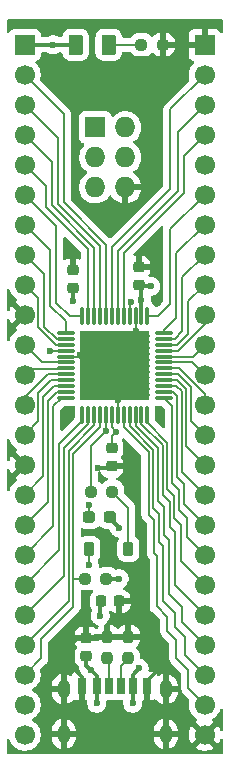
<source format=gbr>
%TF.GenerationSoftware,KiCad,Pcbnew,9.0.4*%
%TF.CreationDate,2025-09-22T14:36:08+02:00*%
%TF.ProjectId,ATmega4809A-breakout,41546d65-6761-4343-9830-39412d627265,rev?*%
%TF.SameCoordinates,Original*%
%TF.FileFunction,Copper,L1,Top*%
%TF.FilePolarity,Positive*%
%FSLAX46Y46*%
G04 Gerber Fmt 4.6, Leading zero omitted, Abs format (unit mm)*
G04 Created by KiCad (PCBNEW 9.0.4) date 2025-09-22 14:36:08*
%MOMM*%
%LPD*%
G01*
G04 APERTURE LIST*
G04 Aperture macros list*
%AMRoundRect*
0 Rectangle with rounded corners*
0 $1 Rounding radius*
0 $2 $3 $4 $5 $6 $7 $8 $9 X,Y pos of 4 corners*
0 Add a 4 corners polygon primitive as box body*
4,1,4,$2,$3,$4,$5,$6,$7,$8,$9,$2,$3,0*
0 Add four circle primitives for the rounded corners*
1,1,$1+$1,$2,$3*
1,1,$1+$1,$4,$5*
1,1,$1+$1,$6,$7*
1,1,$1+$1,$8,$9*
0 Add four rect primitives between the rounded corners*
20,1,$1+$1,$2,$3,$4,$5,0*
20,1,$1+$1,$4,$5,$6,$7,0*
20,1,$1+$1,$6,$7,$8,$9,0*
20,1,$1+$1,$8,$9,$2,$3,0*%
G04 Aperture macros list end*
%TA.AperFunction,SMDPad,CuDef*%
%ADD10RoundRect,0.250000X0.375000X0.625000X-0.375000X0.625000X-0.375000X-0.625000X0.375000X-0.625000X0*%
%TD*%
%TA.AperFunction,SMDPad,CuDef*%
%ADD11RoundRect,0.237500X0.287500X0.237500X-0.287500X0.237500X-0.287500X-0.237500X0.287500X-0.237500X0*%
%TD*%
%TA.AperFunction,SMDPad,CuDef*%
%ADD12RoundRect,0.225000X0.225000X0.375000X-0.225000X0.375000X-0.225000X-0.375000X0.225000X-0.375000X0*%
%TD*%
%TA.AperFunction,SMDPad,CuDef*%
%ADD13RoundRect,0.237500X0.237500X-0.250000X0.237500X0.250000X-0.237500X0.250000X-0.237500X-0.250000X0*%
%TD*%
%TA.AperFunction,SMDPad,CuDef*%
%ADD14RoundRect,0.237500X0.250000X0.237500X-0.250000X0.237500X-0.250000X-0.237500X0.250000X-0.237500X0*%
%TD*%
%TA.AperFunction,ComponentPad*%
%ADD15R,1.700000X1.700000*%
%TD*%
%TA.AperFunction,ComponentPad*%
%ADD16C,1.700000*%
%TD*%
%TA.AperFunction,SMDPad,CuDef*%
%ADD17RoundRect,0.225000X0.250000X-0.225000X0.250000X0.225000X-0.250000X0.225000X-0.250000X-0.225000X0*%
%TD*%
%TA.AperFunction,ComponentPad*%
%ADD18R,1.727200X1.727200*%
%TD*%
%TA.AperFunction,ComponentPad*%
%ADD19O,1.727200X1.727200*%
%TD*%
%TA.AperFunction,SMDPad,CuDef*%
%ADD20RoundRect,0.225000X-0.225000X-0.250000X0.225000X-0.250000X0.225000X0.250000X-0.225000X0.250000X0*%
%TD*%
%TA.AperFunction,SMDPad,CuDef*%
%ADD21RoundRect,0.075000X0.662500X0.075000X-0.662500X0.075000X-0.662500X-0.075000X0.662500X-0.075000X0*%
%TD*%
%TA.AperFunction,SMDPad,CuDef*%
%ADD22RoundRect,0.075000X0.075000X0.662500X-0.075000X0.662500X-0.075000X-0.662500X0.075000X-0.662500X0*%
%TD*%
%TA.AperFunction,HeatsinkPad*%
%ADD23R,4.110000X4.110000*%
%TD*%
%TA.AperFunction,SMDPad,CuDef*%
%ADD24R,0.700000X1.400000*%
%TD*%
%TA.AperFunction,SMDPad,CuDef*%
%ADD25R,0.760000X1.400000*%
%TD*%
%TA.AperFunction,SMDPad,CuDef*%
%ADD26R,0.800000X1.400000*%
%TD*%
%TA.AperFunction,ComponentPad*%
%ADD27O,1.000000X1.600000*%
%TD*%
%TA.AperFunction,SMDPad,CuDef*%
%ADD28RoundRect,0.225000X-0.250000X0.225000X-0.250000X-0.225000X0.250000X-0.225000X0.250000X0.225000X0*%
%TD*%
%TA.AperFunction,ViaPad*%
%ADD29C,0.600000*%
%TD*%
%TA.AperFunction,Conductor*%
%ADD30C,0.200000*%
%TD*%
%TA.AperFunction,Conductor*%
%ADD31C,0.300000*%
%TD*%
G04 APERTURE END LIST*
D10*
%TO.P,D1,1,K*%
%TO.N,Net-(D1-K)*%
X116335000Y-50800000D03*
%TO.P,D1,2,A*%
%TO.N,+5V*%
X113535000Y-50800000D03*
%TD*%
D11*
%TO.P,L1,1,1*%
%TO.N,+5V*%
X116431000Y-90805000D03*
%TO.P,L1,2,2*%
%TO.N,Net-(U1-AVCC)*%
X114681000Y-90805000D03*
%TD*%
D12*
%TO.P,D2,1,K*%
%TO.N,Net-(D2-K)*%
X117982000Y-93472000D03*
%TO.P,D2,2,A*%
%TO.N,/UDPIR*%
X114682000Y-93472000D03*
%TD*%
D13*
%TO.P,R2,1*%
%TO.N,Net-(J1-CC2)*%
X117983000Y-102742000D03*
%TO.P,R2,2*%
%TO.N,GND*%
X117983000Y-100917000D03*
%TD*%
D14*
%TO.P,R4,1*%
%TO.N,Net-(D2-K)*%
X116633000Y-88646000D03*
%TO.P,R4,2*%
%TO.N,/UDPI*%
X114808000Y-88646000D03*
%TD*%
%TO.P,R5,1*%
%TO.N,+5V*%
X116125000Y-96012000D03*
%TO.P,R5,2*%
%TO.N,/~{RST}_PF6*%
X114300000Y-96012000D03*
%TD*%
D13*
%TO.P,R1,1*%
%TO.N,Net-(J1-CC1)*%
X116205000Y-102742000D03*
%TO.P,R1,2*%
%TO.N,GND*%
X116205000Y-100917000D03*
%TD*%
D15*
%TO.P,J3,1,Pin_1*%
%TO.N,GND*%
X124460000Y-50800000D03*
D16*
%TO.P,J3,2,Pin_2*%
%TO.N,/PC7*%
X124460000Y-53340000D03*
%TO.P,J3,3,Pin_3*%
%TO.N,/PC6*%
X124460000Y-55880000D03*
%TO.P,J3,4,Pin_4*%
%TO.N,/PC5*%
X124460000Y-58420000D03*
%TO.P,J3,5,Pin_5*%
%TO.N,/PC4*%
X124460000Y-60960000D03*
%TO.P,J3,6,Pin_6*%
%TO.N,/PC3*%
X124460000Y-63500000D03*
%TO.P,J3,7,Pin_7*%
%TO.N,/PC2*%
X124460000Y-66040000D03*
%TO.P,J3,8,Pin_8*%
%TO.N,/PC1*%
X124460000Y-68580000D03*
%TO.P,J3,9,Pin_9*%
%TO.N,/PC0*%
X124460000Y-71120000D03*
%TO.P,J3,10,Pin_10*%
%TO.N,/PB5*%
X124460000Y-73660000D03*
%TO.P,J3,11,Pin_11*%
%TO.N,/PB4*%
X124460000Y-76200000D03*
%TO.P,J3,12,Pin_12*%
%TO.N,/PB3*%
X124460000Y-78740000D03*
%TO.P,J3,13,Pin_13*%
%TO.N,/PB2*%
X124460000Y-81280000D03*
%TO.P,J3,14,Pin_14*%
%TO.N,/PB1*%
X124460000Y-83820000D03*
%TO.P,J3,15,Pin_15*%
%TO.N,/PB0*%
X124460000Y-86360000D03*
%TO.P,J3,16,Pin_16*%
%TO.N,/PA7*%
X124460000Y-88900000D03*
%TO.P,J3,17,Pin_17*%
%TO.N,/PA6*%
X124460000Y-91440000D03*
%TO.P,J3,18,Pin_18*%
%TO.N,/PA5*%
X124460000Y-93980000D03*
%TO.P,J3,19,Pin_19*%
%TO.N,/PA4*%
X124460000Y-96520000D03*
%TO.P,J3,20,Pin_20*%
%TO.N,/PA3*%
X124460000Y-99060000D03*
%TO.P,J3,21,Pin_21*%
%TO.N,/PA2*%
X124460000Y-101600000D03*
%TO.P,J3,22,Pin_22*%
%TO.N,/PA1*%
X124460000Y-104140000D03*
%TO.P,J3,23,Pin_23*%
%TO.N,/PA0*%
X124460000Y-106680000D03*
%TO.P,J3,24,Pin_24*%
%TO.N,GND*%
X124460000Y-109220000D03*
%TD*%
D17*
%TO.P,C5,1*%
%TO.N,+5V*%
X113284000Y-71413500D03*
%TO.P,C5,2*%
%TO.N,GND*%
X113284000Y-69863500D03*
%TD*%
%TO.P,C1,1*%
%TO.N,+5V*%
X114427000Y-102554500D03*
%TO.P,C1,2*%
%TO.N,GND*%
X114427000Y-101004500D03*
%TD*%
D18*
%TO.P,CONN1,1,UDPI*%
%TO.N,/UDPI*%
X115189000Y-57785000D03*
D19*
%TO.P,CONN1,2,VCC*%
%TO.N,+5V*%
X117729000Y-57785000D03*
%TO.P,CONN1,3,nc*%
%TO.N,unconnected-(CONN1-nc-Pad3)*%
X115189000Y-60325000D03*
%TO.P,CONN1,4,nc*%
%TO.N,unconnected-(CONN1-nc-Pad4)*%
X117729000Y-60325000D03*
%TO.P,CONN1,5,nc*%
%TO.N,unconnected-(CONN1-nc-Pad5)*%
X115189000Y-62865000D03*
%TO.P,CONN1,6,GND*%
%TO.N,GND*%
X117729000Y-62865000D03*
%TD*%
D15*
%TO.P,J2,1,Pin_1*%
%TO.N,+5V*%
X109220000Y-50800000D03*
D16*
%TO.P,J2,2,Pin_2*%
%TO.N,/PD0*%
X109220000Y-53340000D03*
%TO.P,J2,3,Pin_3*%
%TO.N,/PD1*%
X109220000Y-55880000D03*
%TO.P,J2,4,Pin_4*%
%TO.N,/PD2*%
X109220000Y-58420000D03*
%TO.P,J2,5,Pin_5*%
%TO.N,/PD3*%
X109220000Y-60960000D03*
%TO.P,J2,6,Pin_6*%
%TO.N,/PD4*%
X109220000Y-63500000D03*
%TO.P,J2,7,Pin_7*%
%TO.N,/PD5*%
X109220000Y-66040000D03*
%TO.P,J2,8,Pin_8*%
%TO.N,/PD6*%
X109220000Y-68580000D03*
%TO.P,J2,9,Pin_9*%
%TO.N,/PD7*%
X109220000Y-71120000D03*
%TO.P,J2,10,Pin_10*%
%TO.N,GND*%
X109220000Y-73660000D03*
%TO.P,J2,11,Pin_11*%
%TO.N,/PE0*%
X109220000Y-76200000D03*
%TO.P,J2,12,Pin_12*%
%TO.N,/PE1*%
X109220000Y-78740000D03*
%TO.P,J2,13,Pin_13*%
%TO.N,/PE2*%
X109220000Y-81280000D03*
%TO.P,J2,14,Pin_14*%
%TO.N,/PE3*%
X109220000Y-83820000D03*
%TO.P,J2,15,Pin_15*%
%TO.N,GND*%
X109220000Y-86360000D03*
%TO.P,J2,16,Pin_16*%
%TO.N,/PF0*%
X109220000Y-88900000D03*
%TO.P,J2,17,Pin_17*%
%TO.N,/PF1*%
X109220000Y-91440000D03*
%TO.P,J2,18,Pin_18*%
%TO.N,/PF2*%
X109220000Y-93980000D03*
%TO.P,J2,19,Pin_19*%
%TO.N,/PF3*%
X109220000Y-96520000D03*
%TO.P,J2,20,Pin_20*%
%TO.N,/PF4*%
X109220000Y-99060000D03*
%TO.P,J2,21,Pin_21*%
%TO.N,/PF5*%
X109220000Y-101600000D03*
%TO.P,J2,22,Pin_22*%
%TO.N,/~{RST}_PF6*%
X109220000Y-104140000D03*
%TO.P,J2,23,Pin_23*%
%TO.N,/UDPIR*%
X109220000Y-106680000D03*
%TO.P,J2,24,Pin_24*%
%TO.N,+5V*%
X109220000Y-109220000D03*
%TD*%
D17*
%TO.P,C3,1*%
%TO.N,+5V*%
X118872000Y-71159500D03*
%TO.P,C3,2*%
%TO.N,GND*%
X118872000Y-69609500D03*
%TD*%
D14*
%TO.P,R3,1*%
%TO.N,GND*%
X120927500Y-50800000D03*
%TO.P,R3,2*%
%TO.N,Net-(D1-K)*%
X119102500Y-50800000D03*
%TD*%
D20*
%TO.P,C2,1*%
%TO.N,+5V*%
X115684000Y-97917000D03*
%TO.P,C2,2*%
%TO.N,GND*%
X117234000Y-97917000D03*
%TD*%
D21*
%TO.P,U1,1,PA5-CIPO*%
%TO.N,/PA5*%
X121014500Y-80699500D03*
%TO.P,U1,2,PA6-SCK*%
%TO.N,/PA6*%
X121014500Y-80199500D03*
%TO.P,U1,3,PA7*%
%TO.N,/PA7*%
X121014500Y-79699500D03*
%TO.P,U1,4,PB0*%
%TO.N,/PB0*%
X121014500Y-79199500D03*
%TO.P,U1,5,PB1*%
%TO.N,/PB1*%
X121014500Y-78699500D03*
%TO.P,U1,6,PB2*%
%TO.N,/PB2*%
X121014500Y-78199500D03*
%TO.P,U1,7,PB3*%
%TO.N,/PB3*%
X121014500Y-77699500D03*
%TO.P,U1,8,PB4*%
%TO.N,/PB4*%
X121014500Y-77199500D03*
%TO.P,U1,9,PB5*%
%TO.N,/PB5*%
X121014500Y-76699500D03*
%TO.P,U1,10,PC0*%
%TO.N,/PC0*%
X121014500Y-76199500D03*
%TO.P,U1,11,PC1*%
%TO.N,/PC1*%
X121014500Y-75699500D03*
%TO.P,U1,12,PC2*%
%TO.N,/PC2*%
X121014500Y-75199500D03*
D22*
%TO.P,U1,13,PC3*%
%TO.N,/PC3*%
X119602000Y-73787000D03*
%TO.P,U1,14,VCC*%
%TO.N,+5V*%
X119102000Y-73787000D03*
%TO.P,U1,15,GND*%
%TO.N,GND*%
X118602000Y-73787000D03*
%TO.P,U1,16,PC4*%
%TO.N,/PC4*%
X118102000Y-73787000D03*
%TO.P,U1,17,PC5*%
%TO.N,/PC5*%
X117602000Y-73787000D03*
%TO.P,U1,18,PC6*%
%TO.N,/PC6*%
X117102000Y-73787000D03*
%TO.P,U1,19,PC7*%
%TO.N,/PC7*%
X116602000Y-73787000D03*
%TO.P,U1,20,PD0*%
%TO.N,/PD0*%
X116102000Y-73787000D03*
%TO.P,U1,21,PD1*%
%TO.N,/PD1*%
X115602000Y-73787000D03*
%TO.P,U1,22,PD2*%
%TO.N,/PD2*%
X115102000Y-73787000D03*
%TO.P,U1,23,PD3*%
%TO.N,/PD3*%
X114602000Y-73787000D03*
%TO.P,U1,24,PD4*%
%TO.N,/PD4*%
X114102000Y-73787000D03*
D21*
%TO.P,U1,25,PD5*%
%TO.N,/PD5*%
X112689500Y-75199500D03*
%TO.P,U1,26,PD6*%
%TO.N,/PD6*%
X112689500Y-75699500D03*
%TO.P,U1,27,PD7*%
%TO.N,/PD7*%
X112689500Y-76199500D03*
%TO.P,U1,28,AVCC*%
%TO.N,Net-(U1-AVCC)*%
X112689500Y-76699500D03*
%TO.P,U1,29,GND*%
%TO.N,GND*%
X112689500Y-77199500D03*
%TO.P,U1,30,PE0*%
%TO.N,/PE0*%
X112689500Y-77699500D03*
%TO.P,U1,31,PE1*%
%TO.N,/PE1*%
X112689500Y-78199500D03*
%TO.P,U1,32,PE2*%
%TO.N,/PE2*%
X112689500Y-78699500D03*
%TO.P,U1,33,PE3*%
%TO.N,/PE3*%
X112689500Y-79199500D03*
%TO.P,U1,34,PF0*%
%TO.N,/PF0*%
X112689500Y-79699500D03*
%TO.P,U1,35,PF1*%
%TO.N,/PF1*%
X112689500Y-80199500D03*
%TO.P,U1,36,PF2*%
%TO.N,/PF2*%
X112689500Y-80699500D03*
D22*
%TO.P,U1,37,PF3*%
%TO.N,/PF3*%
X114102000Y-82112000D03*
%TO.P,U1,38,PF4*%
%TO.N,/PF4*%
X114602000Y-82112000D03*
%TO.P,U1,39,PF5*%
%TO.N,/PF5*%
X115102000Y-82112000D03*
%TO.P,U1,40,~{R}_PF6*%
%TO.N,/~{RST}_PF6*%
X115602000Y-82112000D03*
%TO.P,U1,41,UDPI*%
%TO.N,/UDPI*%
X116102000Y-82112000D03*
%TO.P,U1,42,VCC*%
%TO.N,+5V*%
X116602000Y-82112000D03*
%TO.P,U1,43,GND*%
%TO.N,GND*%
X117102000Y-82112000D03*
%TO.P,U1,44,PA0_TX0*%
%TO.N,/PA0*%
X117602000Y-82112000D03*
%TO.P,U1,45,PA1_RX0*%
%TO.N,/PA1*%
X118102000Y-82112000D03*
%TO.P,U1,46,PA2_SDA*%
%TO.N,/PA2*%
X118602000Y-82112000D03*
%TO.P,U1,47,PA3_SCL*%
%TO.N,/PA3*%
X119102000Y-82112000D03*
%TO.P,U1,48,PA4-COPI*%
%TO.N,/PA4*%
X119602000Y-82112000D03*
D23*
%TO.P,U1,49,GND*%
%TO.N,GND*%
X116852000Y-77949500D03*
%TD*%
D24*
%TO.P,J1,A5,CC1*%
%TO.N,Net-(J1-CC1)*%
X116340000Y-105082000D03*
D25*
%TO.P,J1,A9,VBUS*%
%TO.N,+5V*%
X118360000Y-105082000D03*
D26*
%TO.P,J1,A12,GND*%
%TO.N,GND*%
X119590000Y-105082000D03*
D24*
%TO.P,J1,B5,CC2*%
%TO.N,Net-(J1-CC2)*%
X117340000Y-105082000D03*
D25*
%TO.P,J1,B9,VBUS*%
%TO.N,+5V*%
X115320000Y-105082000D03*
D26*
%TO.P,J1,B12,GND*%
%TO.N,GND*%
X114090000Y-105082000D03*
D27*
%TO.P,J1,SH1,SHIELD*%
X112520000Y-105372000D03*
%TO.P,J1,SH2,SHIELD*%
X112520000Y-109172000D03*
%TO.P,J1,SH3,SHIELD*%
X121160000Y-105372000D03*
%TO.P,J1,SH4,SHIELD*%
X121160000Y-109172000D03*
%TD*%
D28*
%TO.P,C4,1*%
%TO.N,+5V*%
X116586000Y-84950000D03*
%TO.P,C4,2*%
%TO.N,GND*%
X116586000Y-86500000D03*
%TD*%
D29*
%TO.N,GND*%
X112776000Y-100711000D03*
X119634000Y-100711000D03*
%TO.N,+5V*%
X111633000Y-50800000D03*
%TO.N,GND*%
X117094000Y-80899000D03*
X120777000Y-103505000D03*
X119253000Y-77949500D03*
X117348000Y-65024000D03*
X116586000Y-54229000D03*
X113665000Y-54229000D03*
X119634000Y-106553000D03*
X120744632Y-82364606D03*
X119253000Y-80391000D03*
X114046000Y-106553000D03*
X119126000Y-54229000D03*
X115443000Y-86614000D03*
X114427000Y-78486000D03*
X117983000Y-86614000D03*
X118999000Y-109220000D03*
X119253000Y-76200000D03*
X117221000Y-75438000D03*
X113284000Y-68580000D03*
X118110000Y-96520000D03*
X114173000Y-75311000D03*
X114300000Y-99314000D03*
X113030000Y-103251000D03*
X114427000Y-80391000D03*
X118618000Y-75057000D03*
X113919000Y-77089000D03*
X120396000Y-57658000D03*
X120904000Y-52197000D03*
X114808000Y-109347000D03*
X112649000Y-82296000D03*
X120142000Y-69469000D03*
X115570000Y-75438000D03*
X117348000Y-99187000D03*
X120523000Y-72644000D03*
%TO.N,+5V*%
X113284000Y-72517000D03*
X118903750Y-103600250D03*
X115316000Y-106553000D03*
X119888000Y-71247000D03*
X114808000Y-103759000D03*
X116967000Y-83566000D03*
X119102000Y-72390000D03*
X117221000Y-91694000D03*
X115596500Y-99160500D03*
X117221000Y-96012000D03*
X118364000Y-106553000D03*
%TO.N,/PC4*%
X118202089Y-72575000D03*
%TO.N,/UDPI*%
X116086140Y-83507413D03*
%TO.N,/UDPIR*%
X114682000Y-94868000D03*
%TO.N,Net-(U1-AVCC)*%
X114681000Y-89789000D03*
X111379000Y-76708000D03*
%TD*%
D30*
%TO.N,/PA4*%
X119602000Y-82112000D02*
X119602000Y-82772000D01*
X121880000Y-88987000D02*
X121880000Y-90892000D01*
X121880000Y-90892000D02*
X122428000Y-91440000D01*
X119602000Y-82772000D02*
X121304000Y-84474000D01*
X121304000Y-84474000D02*
X121304000Y-88411000D01*
X121304000Y-88411000D02*
X121880000Y-88987000D01*
X122428000Y-91440000D02*
X122428000Y-94488000D01*
X122428000Y-94488000D02*
X124460000Y-96520000D01*
%TO.N,/PA0*%
X117602000Y-82112000D02*
X117602000Y-83185000D01*
X119700000Y-90570000D02*
X120142000Y-91012000D01*
X117602000Y-83185000D02*
X119700000Y-85283000D01*
X120142000Y-91012000D02*
X120142000Y-93806000D01*
X120142000Y-93806000D02*
X120396000Y-94060000D01*
X120396000Y-94060000D02*
X120396000Y-98348657D01*
X119700000Y-85283000D02*
X119700000Y-90570000D01*
X122047000Y-102743000D02*
X123063000Y-103759000D01*
X120396000Y-98348657D02*
X121285000Y-99237657D01*
X121285000Y-99237657D02*
X121285000Y-100457000D01*
X123063000Y-105283000D02*
X124460000Y-106680000D01*
X122047000Y-101219000D02*
X122047000Y-102743000D01*
X123063000Y-103759000D02*
X123063000Y-105283000D01*
X121285000Y-100457000D02*
X122047000Y-101219000D01*
%TO.N,/~{RST}_PF6*%
X115602001Y-82112000D02*
X115602001Y-83152999D01*
X113344000Y-85411000D02*
X113344000Y-98365000D01*
X113344000Y-98365000D02*
X110617000Y-101092000D01*
X115602001Y-83152999D02*
X113344000Y-85411000D01*
X110617000Y-102743000D02*
X109220000Y-104140000D01*
X110617000Y-101092000D02*
X110617000Y-102743000D01*
%TO.N,/PA1*%
X118101999Y-82112000D02*
X118101999Y-83109099D01*
X120610000Y-92924000D02*
X120904000Y-93218000D01*
X121920000Y-100076000D02*
X122809000Y-100965000D01*
X118101999Y-83109099D02*
X120101000Y-85108100D01*
X120101000Y-85108100D02*
X120101000Y-90024138D01*
X120101000Y-90024138D02*
X120610000Y-90533138D01*
X120610000Y-90533138D02*
X120610000Y-92924000D01*
X120904000Y-93218000D02*
X120904000Y-97889100D01*
X122809000Y-100965000D02*
X122809000Y-102489000D01*
X120904000Y-97889100D02*
X121920000Y-98905100D01*
X121920000Y-98905100D02*
X121920000Y-100076000D01*
X122809000Y-102489000D02*
X124460000Y-104140000D01*
%TO.N,/PA2*%
X118602000Y-82112000D02*
X118602000Y-83042000D01*
X118602000Y-83042000D02*
X120502000Y-84942000D01*
X120502000Y-84942000D02*
X120502000Y-89427000D01*
X121412000Y-92710000D02*
X121412000Y-97298196D01*
X120502000Y-89427000D02*
X121011000Y-89936000D01*
X121011000Y-89936000D02*
X121011000Y-92309000D01*
X121011000Y-92309000D02*
X121412000Y-92710000D01*
X121412000Y-97298196D02*
X122555000Y-98441196D01*
X122555000Y-98441196D02*
X122555000Y-99695000D01*
X122555000Y-99695000D02*
X124460000Y-101600000D01*
%TO.N,/PA3*%
X120903000Y-84708000D02*
X120903000Y-88899000D01*
X119102000Y-82907000D02*
X120903000Y-84708000D01*
X120903000Y-88899000D02*
X121479000Y-89475000D01*
X119102000Y-82112000D02*
X119102000Y-82907000D01*
X121479000Y-89475000D02*
X121479000Y-91634000D01*
X121479000Y-91634000D02*
X121920000Y-92075000D01*
X121920000Y-92075000D02*
X121920000Y-96520000D01*
X121920000Y-96520000D02*
X124460000Y-99060000D01*
%TO.N,/PA5*%
X121705000Y-81390000D02*
X121705000Y-87923000D01*
X122281000Y-88499000D02*
X122281000Y-90179550D01*
X121014500Y-80699500D02*
X121705000Y-81390000D01*
X122281000Y-90179550D02*
X122936000Y-90834550D01*
X121705000Y-87923000D02*
X122281000Y-88499000D01*
X122936000Y-90834550D02*
X122936000Y-92456000D01*
X122936000Y-92456000D02*
X124460000Y-93980000D01*
%TO.N,/PA6*%
X121014500Y-80199500D02*
X121785824Y-80199500D01*
X121785824Y-80199500D02*
X122106000Y-80519676D01*
X122106000Y-80519676D02*
X122106000Y-87435000D01*
X122106000Y-87435000D02*
X122682000Y-88011000D01*
X122682000Y-88011000D02*
X122682000Y-89662000D01*
X122682000Y-89662000D02*
X124460000Y-91440000D01*
%TO.N,/PE1*%
X112689500Y-78199500D02*
X112657000Y-78232000D01*
X112657000Y-78232000D02*
X109728000Y-78232000D01*
X109728000Y-78232000D02*
X109220000Y-78740000D01*
%TO.N,/PD5*%
X112689500Y-75199500D02*
X112689500Y-74208500D01*
X111379000Y-68199000D02*
X109220000Y-66040000D01*
X112689500Y-74208500D02*
X111379000Y-72898000D01*
X111379000Y-72898000D02*
X111379000Y-68199000D01*
D31*
%TO.N,+5V*%
X113284000Y-72517000D02*
X113284000Y-71501000D01*
%TO.N,GND*%
X113284000Y-69776000D02*
X113284000Y-68580000D01*
%TO.N,+5V*%
X111633000Y-50800000D02*
X109220000Y-50800000D01*
D30*
%TO.N,/PD0*%
X116102000Y-73787000D02*
X116102000Y-67715000D01*
X116102000Y-67715000D02*
X112522000Y-64135000D01*
X112522000Y-64135000D02*
X112522000Y-56642000D01*
X112522000Y-56642000D02*
X109220000Y-53340000D01*
%TO.N,/PD1*%
X115602001Y-73787000D02*
X115602001Y-67850001D01*
X115602001Y-67850001D02*
X112014000Y-64262000D01*
X112014000Y-64262000D02*
X112014000Y-58674000D01*
X112014000Y-58674000D02*
X109220000Y-55880000D01*
%TO.N,/PD2*%
X115102000Y-73787000D02*
X115102000Y-67985000D01*
X115102000Y-67985000D02*
X111506000Y-64389000D01*
X111506000Y-64389000D02*
X111506000Y-60706000D01*
X111506000Y-60706000D02*
X109220000Y-58420000D01*
%TO.N,/PD3*%
X114602000Y-73787000D02*
X114602000Y-68120000D01*
X114602000Y-68120000D02*
X110998000Y-64516000D01*
X110998000Y-64516000D02*
X110998000Y-62738000D01*
X110998000Y-62738000D02*
X109220000Y-60960000D01*
D31*
%TO.N,GND*%
X119590000Y-105082000D02*
X119590000Y-104692000D01*
D30*
X117102000Y-82112000D02*
X117102000Y-80907000D01*
D31*
X114427000Y-100917000D02*
X117983000Y-100917000D01*
D30*
X112689500Y-77199500D02*
X113808500Y-77199500D01*
X113808500Y-77199500D02*
X113919000Y-77089000D01*
D31*
X117321500Y-97917000D02*
X117321500Y-99160500D01*
X114090000Y-105082000D02*
X114090000Y-106509000D01*
X114090000Y-106509000D02*
X114046000Y-106553000D01*
X113030000Y-101727000D02*
X113030000Y-103251000D01*
X116559500Y-86614000D02*
X116586000Y-86587500D01*
X113840000Y-100917000D02*
X113030000Y-101727000D01*
X114427000Y-100917000D02*
X113840000Y-100917000D01*
X119590000Y-105082000D02*
X119590000Y-106509000D01*
X114090000Y-105082000D02*
X114090000Y-104311000D01*
X114090000Y-104311000D02*
X113030000Y-103251000D01*
X114427000Y-100917000D02*
X114427000Y-99441000D01*
X114427000Y-99441000D02*
X114300000Y-99314000D01*
X119590000Y-106509000D02*
X119634000Y-106553000D01*
X120927500Y-52173500D02*
X120904000Y-52197000D01*
X115443000Y-86614000D02*
X116559500Y-86614000D01*
D30*
X117102000Y-80907000D02*
X117094000Y-80899000D01*
D31*
X120927500Y-50800000D02*
X120927500Y-52173500D01*
D30*
X118602000Y-73787000D02*
X118602000Y-75041000D01*
D31*
X117321500Y-99160500D02*
X117348000Y-99187000D01*
D30*
X118602000Y-75041000D02*
X118618000Y-75057000D01*
D31*
X119590000Y-104692000D02*
X120777000Y-103505000D01*
%TO.N,+5V*%
X114427000Y-103378000D02*
X114427000Y-102642000D01*
X114808000Y-103759000D02*
X114427000Y-103378000D01*
D30*
X116602000Y-83201000D02*
X116967000Y-83566000D01*
X116602000Y-83931000D02*
X116602000Y-84852000D01*
D31*
X118360000Y-104144000D02*
X118360000Y-105082000D01*
X119102000Y-72390000D02*
X119102000Y-71477000D01*
X119102000Y-71477000D02*
X118872000Y-71247000D01*
D30*
X115320000Y-106549000D02*
X115316000Y-106553000D01*
D31*
X115320000Y-105082000D02*
X115320000Y-106549000D01*
X115320000Y-105082000D02*
X115320000Y-104271000D01*
D30*
X116602000Y-82112000D02*
X116602000Y-83201000D01*
D31*
X119102000Y-73787000D02*
X119102000Y-72390000D01*
X113447500Y-50800000D02*
X111633000Y-50800000D01*
X115596500Y-99160500D02*
X115596500Y-97917000D01*
X116431000Y-90805000D02*
X116431000Y-90904000D01*
D30*
X118360000Y-106549000D02*
X118364000Y-106553000D01*
D31*
X119888000Y-71247000D02*
X118872000Y-71247000D01*
X118903750Y-103600250D02*
X118360000Y-104144000D01*
X118360000Y-105082000D02*
X118360000Y-106549000D01*
X115320000Y-104271000D02*
X114808000Y-103759000D01*
D30*
X116967000Y-83566000D02*
X116602000Y-83931000D01*
D31*
X116431000Y-90904000D02*
X117221000Y-91694000D01*
X116586000Y-96012000D02*
X117221000Y-96012000D01*
D30*
%TO.N,Net-(D1-K)*%
X116422500Y-50800000D02*
X119102500Y-50800000D01*
%TO.N,Net-(J1-CC2)*%
X117340000Y-105082000D02*
X117340000Y-103385000D01*
X117340000Y-103385000D02*
X117983000Y-102742000D01*
%TO.N,Net-(J1-CC1)*%
X116340000Y-105082000D02*
X116340000Y-102877000D01*
X116340000Y-102877000D02*
X116205000Y-102742000D01*
%TO.N,/PD7*%
X112689500Y-76199500D02*
X111851076Y-76199500D01*
X110371000Y-74719424D02*
X110371000Y-72271000D01*
X111851076Y-76199500D02*
X110371000Y-74719424D01*
X110371000Y-72271000D02*
X109220000Y-71120000D01*
%TO.N,/PF4*%
X112542000Y-95738000D02*
X109220000Y-99060000D01*
X114602000Y-82112000D02*
X114602000Y-82883324D01*
X114602000Y-82883324D02*
X112542000Y-84943324D01*
X112542000Y-84943324D02*
X112542000Y-95738000D01*
%TO.N,/PF1*%
X111173000Y-80944676D02*
X111173000Y-89487000D01*
X111918176Y-80199500D02*
X111173000Y-80944676D01*
X112689500Y-80199500D02*
X111918176Y-80199500D01*
X111173000Y-89487000D02*
X109220000Y-91440000D01*
%TO.N,/PC2*%
X122047000Y-73914000D02*
X122047000Y-68453000D01*
X122047000Y-68453000D02*
X124460000Y-66040000D01*
X121014500Y-74946500D02*
X122047000Y-73914000D01*
X121014500Y-75199500D02*
X121014500Y-74946500D01*
%TO.N,/PC3*%
X121539000Y-72741074D02*
X121539000Y-66421000D01*
X119602000Y-73787000D02*
X120493074Y-73787000D01*
X120493074Y-73787000D02*
X121539000Y-72741074D01*
X121539000Y-66421000D02*
X124460000Y-63500000D01*
%TO.N,/PD4*%
X111887000Y-72644000D02*
X111887000Y-66167000D01*
X114102000Y-73787000D02*
X113030000Y-73787000D01*
X113030000Y-73787000D02*
X111887000Y-72644000D01*
X111887000Y-66167000D02*
X109220000Y-63500000D01*
%TO.N,/PF2*%
X111633000Y-91567000D02*
X109220000Y-93980000D01*
X112340500Y-80699500D02*
X111633000Y-81407000D01*
X112689500Y-80699500D02*
X112340500Y-80699500D01*
X111633000Y-81407000D02*
X111633000Y-91567000D01*
%TO.N,/PC7*%
X116602000Y-67929000D02*
X121539000Y-62992000D01*
X116602000Y-73787000D02*
X116602000Y-67929000D01*
X121539000Y-56261000D02*
X124460000Y-53340000D01*
X121539000Y-62992000D02*
X121539000Y-56261000D01*
%TO.N,/PC4*%
X118101999Y-73787000D02*
X118101999Y-72675090D01*
X118101999Y-72675090D02*
X118202089Y-72575000D01*
%TO.N,/PC0*%
X122115400Y-76199500D02*
X123063000Y-75251900D01*
X123063000Y-72517000D02*
X124460000Y-71120000D01*
X121014500Y-76199500D02*
X122115400Y-76199500D01*
X123063000Y-75251900D02*
X123063000Y-72517000D01*
%TO.N,/PC6*%
X117102000Y-68255206D02*
X122174000Y-63183206D01*
X117102000Y-73787000D02*
X117102000Y-68255206D01*
X122174000Y-58166000D02*
X124460000Y-55880000D01*
X122174000Y-63183206D02*
X122174000Y-58166000D01*
%TO.N,/PF0*%
X110772000Y-80617000D02*
X110772000Y-87348000D01*
X110772000Y-87348000D02*
X109220000Y-88900000D01*
X111689500Y-79699500D02*
X110772000Y-80617000D01*
X112689500Y-79699500D02*
X111689500Y-79699500D01*
%TO.N,/PF3*%
X112141000Y-84582000D02*
X112141000Y-93599000D01*
X112141000Y-93599000D02*
X109220000Y-96520000D01*
X114102000Y-82112000D02*
X114102000Y-82621000D01*
X114102000Y-82621000D02*
X112141000Y-84582000D01*
%TO.N,/PC1*%
X121014500Y-75699500D02*
X121912662Y-75699500D01*
X121912662Y-75699500D02*
X122555000Y-75057162D01*
X122555000Y-75057162D02*
X122555000Y-70485000D01*
X122555000Y-70485000D02*
X124460000Y-68580000D01*
%TO.N,/PD6*%
X110871000Y-74652324D02*
X110871000Y-70231000D01*
X110871000Y-70231000D02*
X109220000Y-68580000D01*
X112689500Y-75699500D02*
X111918176Y-75699500D01*
X111918176Y-75699500D02*
X110871000Y-74652324D01*
%TO.N,/PC5*%
X117602000Y-73787000D02*
X117602000Y-68453000D01*
X122682000Y-60198000D02*
X124460000Y-58420000D01*
X117602000Y-68453000D02*
X122682000Y-63373000D01*
X122682000Y-63373000D02*
X122682000Y-60198000D01*
%TO.N,/PE3*%
X110371000Y-80256000D02*
X110371000Y-82669000D01*
X110371000Y-82669000D02*
X109220000Y-83820000D01*
X112689500Y-79199499D02*
X111427501Y-79199499D01*
X111427501Y-79199499D02*
X110371000Y-80256000D01*
%TO.N,/PE0*%
X110719500Y-77699500D02*
X109220000Y-76200000D01*
X112689500Y-77699500D02*
X110719500Y-77699500D01*
%TO.N,/PB2*%
X121014500Y-78199500D02*
X122268500Y-78199500D01*
X124460000Y-80391000D02*
X124460000Y-81280000D01*
X122268500Y-78199500D02*
X124460000Y-80391000D01*
%TO.N,/PB5*%
X121014500Y-76699501D02*
X122182499Y-76699501D01*
X124460000Y-74422000D02*
X124460000Y-73660000D01*
X122182499Y-76699501D02*
X124460000Y-74422000D01*
%TO.N,/PA7*%
X121014500Y-79699500D02*
X122067200Y-79699500D01*
X122067200Y-79699500D02*
X122507000Y-80139300D01*
X122507000Y-80139300D02*
X122507000Y-86947000D01*
X122507000Y-86947000D02*
X124460000Y-88900000D01*
%TO.N,/PB0*%
X121014500Y-79199499D02*
X122134299Y-79199499D01*
X122134299Y-79199499D02*
X122908000Y-79973200D01*
X122908000Y-79973200D02*
X122908000Y-84808000D01*
X122908000Y-84808000D02*
X124460000Y-86360000D01*
%TO.N,/PB4*%
X121014500Y-77199500D02*
X123460500Y-77199500D01*
X123460500Y-77199500D02*
X124460000Y-76200000D01*
%TO.N,/PB1*%
X121014500Y-78699500D02*
X122201400Y-78699500D01*
X123309000Y-79807100D02*
X123309000Y-82669000D01*
X123309000Y-82669000D02*
X124460000Y-83820000D01*
X122201400Y-78699500D02*
X123309000Y-79807100D01*
%TO.N,/PB3*%
X121014500Y-77699500D02*
X123419500Y-77699500D01*
X123419500Y-77699500D02*
X124460000Y-78740000D01*
%TO.N,/PE2*%
X112689500Y-78699500D02*
X111165500Y-78699500D01*
X109220000Y-80645000D02*
X109220000Y-81280000D01*
X111165500Y-78699500D02*
X109220000Y-80645000D01*
%TO.N,/PF5*%
X112943000Y-85177000D02*
X112943000Y-97877000D01*
X112943000Y-97877000D02*
X109220000Y-101600000D01*
X115102000Y-83018000D02*
X112943000Y-85177000D01*
X115102000Y-82112000D02*
X115102000Y-83018000D01*
%TO.N,/~{RST}_PF6*%
X114300000Y-96012000D02*
X113344000Y-96012000D01*
%TO.N,/UDPI*%
X114808000Y-84785553D02*
X114808000Y-88646000D01*
X116102000Y-83343057D02*
X116102000Y-82112000D01*
X116086140Y-83507413D02*
X114808000Y-84785553D01*
X116086140Y-83358917D02*
X116102000Y-83343057D01*
X116086140Y-83507413D02*
X116086140Y-83358917D01*
%TO.N,/UDPIR*%
X114682000Y-93472000D02*
X114682000Y-94868000D01*
%TO.N,Net-(D2-K)*%
X116633000Y-88646000D02*
X117982000Y-89995000D01*
X117982000Y-89995000D02*
X117982000Y-93472000D01*
%TO.N,Net-(U1-AVCC)*%
X111387499Y-76699501D02*
X111379000Y-76708000D01*
X112689500Y-76699501D02*
X111387499Y-76699501D01*
X114681000Y-89789000D02*
X114681000Y-90805000D01*
%TD*%
%TA.AperFunction,Conductor*%
%TO.N,GND*%
G36*
X117625125Y-84105360D02*
G01*
X117659756Y-84107837D01*
X117659832Y-84107885D01*
X117659901Y-84107891D01*
X117660264Y-84108163D01*
X117704103Y-84136338D01*
X119063181Y-85495416D01*
X119096666Y-85556739D01*
X119099500Y-85583097D01*
X119099500Y-90483330D01*
X119099499Y-90483348D01*
X119099499Y-90649054D01*
X119099498Y-90649054D01*
X119140423Y-90801787D01*
X119140424Y-90801788D01*
X119162198Y-90839501D01*
X119219475Y-90938709D01*
X119219481Y-90938717D01*
X119338349Y-91057585D01*
X119338355Y-91057590D01*
X119505181Y-91224416D01*
X119538666Y-91285739D01*
X119541500Y-91312097D01*
X119541500Y-93719330D01*
X119541499Y-93719348D01*
X119541499Y-93885054D01*
X119541498Y-93885054D01*
X119544258Y-93895355D01*
X119582423Y-94037785D01*
X119594705Y-94059057D01*
X119615579Y-94095212D01*
X119661479Y-94174715D01*
X119759181Y-94272417D01*
X119792666Y-94333740D01*
X119795500Y-94360098D01*
X119795500Y-98261987D01*
X119795499Y-98262005D01*
X119795499Y-98427711D01*
X119795498Y-98427711D01*
X119799878Y-98444056D01*
X119836423Y-98580442D01*
X119859105Y-98619728D01*
X119865358Y-98630557D01*
X119865359Y-98630561D01*
X119865360Y-98630561D01*
X119914833Y-98716253D01*
X119915479Y-98717371D01*
X119915481Y-98717374D01*
X120034349Y-98836242D01*
X120034355Y-98836247D01*
X120648181Y-99450073D01*
X120681666Y-99511396D01*
X120684500Y-99537754D01*
X120684500Y-100370330D01*
X120684499Y-100370348D01*
X120684499Y-100536054D01*
X120684498Y-100536054D01*
X120684499Y-100536057D01*
X120722588Y-100678206D01*
X120725424Y-100688787D01*
X120739615Y-100713366D01*
X120739616Y-100713368D01*
X120804477Y-100825712D01*
X120804481Y-100825717D01*
X120923349Y-100944585D01*
X120923355Y-100944590D01*
X121410181Y-101431416D01*
X121443666Y-101492739D01*
X121446500Y-101519097D01*
X121446500Y-102656330D01*
X121446499Y-102656348D01*
X121446499Y-102822054D01*
X121446498Y-102822054D01*
X121487423Y-102974785D01*
X121495782Y-102989263D01*
X121566477Y-103111712D01*
X121566481Y-103111717D01*
X121685349Y-103230585D01*
X121685355Y-103230590D01*
X122426181Y-103971416D01*
X122459666Y-104032739D01*
X122462500Y-104059097D01*
X122462500Y-105196330D01*
X122462499Y-105196348D01*
X122462499Y-105362054D01*
X122462498Y-105362054D01*
X122503424Y-105514789D01*
X122503425Y-105514790D01*
X122530982Y-105562519D01*
X122530984Y-105562521D01*
X122582479Y-105651714D01*
X122582481Y-105651717D01*
X122701349Y-105770585D01*
X122701355Y-105770590D01*
X123126241Y-106195476D01*
X123159726Y-106256799D01*
X123156492Y-106321473D01*
X123142753Y-106363757D01*
X123125268Y-106474158D01*
X123109500Y-106573713D01*
X123109500Y-106786287D01*
X123142754Y-106996243D01*
X123200767Y-107174789D01*
X123208444Y-107198414D01*
X123304951Y-107387820D01*
X123429890Y-107559786D01*
X123580213Y-107710109D01*
X123752179Y-107835048D01*
X123752181Y-107835049D01*
X123752184Y-107835051D01*
X123761493Y-107839794D01*
X123812290Y-107887766D01*
X123829087Y-107955587D01*
X123806552Y-108021722D01*
X123761505Y-108060760D01*
X123752446Y-108065376D01*
X123752440Y-108065380D01*
X123698282Y-108104727D01*
X123698282Y-108104728D01*
X124330591Y-108737037D01*
X124267007Y-108754075D01*
X124152993Y-108819901D01*
X124059901Y-108912993D01*
X123994075Y-109027007D01*
X123977037Y-109090591D01*
X123344728Y-108458282D01*
X123344727Y-108458282D01*
X123305380Y-108512439D01*
X123208904Y-108701782D01*
X123143242Y-108903869D01*
X123143242Y-108903872D01*
X123110000Y-109113753D01*
X123110000Y-109326246D01*
X123143242Y-109536127D01*
X123143242Y-109536130D01*
X123208904Y-109738217D01*
X123305375Y-109927550D01*
X123344728Y-109981716D01*
X123977037Y-109349408D01*
X123994075Y-109412993D01*
X124059901Y-109527007D01*
X124152993Y-109620099D01*
X124267007Y-109685925D01*
X124330590Y-109702962D01*
X123698282Y-110335269D01*
X123698282Y-110335270D01*
X123752449Y-110374624D01*
X123941782Y-110471095D01*
X124143870Y-110536757D01*
X124353754Y-110570000D01*
X124566246Y-110570000D01*
X124776127Y-110536757D01*
X124776130Y-110536757D01*
X124978217Y-110471095D01*
X125167554Y-110374622D01*
X125221716Y-110335270D01*
X125221717Y-110335270D01*
X124589408Y-109702962D01*
X124652993Y-109685925D01*
X124767007Y-109620099D01*
X124860099Y-109527007D01*
X124925925Y-109412993D01*
X124942962Y-109349409D01*
X125575270Y-109981717D01*
X125575270Y-109981716D01*
X125614622Y-109927554D01*
X125711095Y-109738217D01*
X125749569Y-109619807D01*
X125789006Y-109562132D01*
X125853365Y-109534933D01*
X125922211Y-109546847D01*
X125973687Y-109594091D01*
X125991500Y-109658125D01*
X125991500Y-110754500D01*
X125971815Y-110821539D01*
X125919011Y-110867294D01*
X125867500Y-110878500D01*
X107812500Y-110878500D01*
X107745461Y-110858815D01*
X107699706Y-110806011D01*
X107688500Y-110754500D01*
X107688500Y-109659740D01*
X107708185Y-109592701D01*
X107760989Y-109546946D01*
X107830147Y-109537002D01*
X107893703Y-109566027D01*
X107930429Y-109621420D01*
X107942881Y-109659740D01*
X107968444Y-109738414D01*
X108064951Y-109927820D01*
X108189890Y-110099786D01*
X108340213Y-110250109D01*
X108512179Y-110375048D01*
X108512181Y-110375049D01*
X108512184Y-110375051D01*
X108701588Y-110471557D01*
X108903757Y-110537246D01*
X109113713Y-110570500D01*
X109113714Y-110570500D01*
X109326286Y-110570500D01*
X109326287Y-110570500D01*
X109536243Y-110537246D01*
X109738412Y-110471557D01*
X109927816Y-110375051D01*
X109982572Y-110335269D01*
X110099786Y-110250109D01*
X110099788Y-110250106D01*
X110099792Y-110250104D01*
X110250104Y-110099792D01*
X110250106Y-110099788D01*
X110250109Y-110099786D01*
X110375048Y-109927820D01*
X110375047Y-109927820D01*
X110375051Y-109927816D01*
X110471557Y-109738412D01*
X110537246Y-109536243D01*
X110570500Y-109326287D01*
X110570500Y-109113713D01*
X110537246Y-108903757D01*
X110494924Y-108773504D01*
X111520000Y-108773504D01*
X111520000Y-108922000D01*
X112220000Y-108922000D01*
X112220000Y-109422000D01*
X111520000Y-109422000D01*
X111520000Y-109570495D01*
X111558427Y-109763681D01*
X111558430Y-109763693D01*
X111633807Y-109945671D01*
X111633814Y-109945684D01*
X111743248Y-110109462D01*
X111743251Y-110109466D01*
X111882533Y-110248748D01*
X111882537Y-110248751D01*
X112046315Y-110358185D01*
X112046328Y-110358192D01*
X112228308Y-110433569D01*
X112270000Y-110441862D01*
X112270000Y-109638988D01*
X112279940Y-109656205D01*
X112335795Y-109712060D01*
X112404204Y-109751556D01*
X112480504Y-109772000D01*
X112559496Y-109772000D01*
X112635796Y-109751556D01*
X112704205Y-109712060D01*
X112760060Y-109656205D01*
X112770000Y-109638988D01*
X112770000Y-110441862D01*
X112811690Y-110433569D01*
X112811692Y-110433569D01*
X112993671Y-110358192D01*
X112993684Y-110358185D01*
X113157462Y-110248751D01*
X113157466Y-110248748D01*
X113296748Y-110109466D01*
X113296751Y-110109462D01*
X113406185Y-109945684D01*
X113406192Y-109945671D01*
X113481569Y-109763693D01*
X113481572Y-109763681D01*
X113519999Y-109570495D01*
X113520000Y-109570492D01*
X113520000Y-109422000D01*
X112820000Y-109422000D01*
X112820000Y-108922000D01*
X113520000Y-108922000D01*
X113520000Y-108773508D01*
X113519999Y-108773504D01*
X120160000Y-108773504D01*
X120160000Y-108922000D01*
X120860000Y-108922000D01*
X120860000Y-109422000D01*
X120160000Y-109422000D01*
X120160000Y-109570495D01*
X120198427Y-109763681D01*
X120198430Y-109763693D01*
X120273807Y-109945671D01*
X120273814Y-109945684D01*
X120383248Y-110109462D01*
X120383251Y-110109466D01*
X120522533Y-110248748D01*
X120522537Y-110248751D01*
X120686315Y-110358185D01*
X120686328Y-110358192D01*
X120868308Y-110433569D01*
X120910000Y-110441862D01*
X120910000Y-109638988D01*
X120919940Y-109656205D01*
X120975795Y-109712060D01*
X121044204Y-109751556D01*
X121120504Y-109772000D01*
X121199496Y-109772000D01*
X121275796Y-109751556D01*
X121344205Y-109712060D01*
X121400060Y-109656205D01*
X121410000Y-109638988D01*
X121410000Y-110441862D01*
X121451690Y-110433569D01*
X121451692Y-110433569D01*
X121633671Y-110358192D01*
X121633684Y-110358185D01*
X121797462Y-110248751D01*
X121797466Y-110248748D01*
X121845885Y-110200330D01*
X121936748Y-110109466D01*
X121936751Y-110109462D01*
X122046185Y-109945684D01*
X122046192Y-109945671D01*
X122121569Y-109763693D01*
X122121572Y-109763681D01*
X122159999Y-109570495D01*
X122160000Y-109570492D01*
X122160000Y-109422000D01*
X121460000Y-109422000D01*
X121460000Y-108922000D01*
X122160000Y-108922000D01*
X122160000Y-108773508D01*
X122159999Y-108773504D01*
X122121572Y-108580318D01*
X122121569Y-108580306D01*
X122046192Y-108398328D01*
X122046185Y-108398315D01*
X121936751Y-108234537D01*
X121936748Y-108234533D01*
X121797466Y-108095251D01*
X121797462Y-108095248D01*
X121633684Y-107985814D01*
X121633671Y-107985807D01*
X121451691Y-107910429D01*
X121451683Y-107910427D01*
X121410000Y-107902135D01*
X121410000Y-108705011D01*
X121400060Y-108687795D01*
X121344205Y-108631940D01*
X121275796Y-108592444D01*
X121199496Y-108572000D01*
X121120504Y-108572000D01*
X121044204Y-108592444D01*
X120975795Y-108631940D01*
X120919940Y-108687795D01*
X120910000Y-108705011D01*
X120910000Y-107902136D01*
X120909999Y-107902135D01*
X120868316Y-107910427D01*
X120868308Y-107910429D01*
X120686328Y-107985807D01*
X120686315Y-107985814D01*
X120522537Y-108095248D01*
X120522533Y-108095251D01*
X120383251Y-108234533D01*
X120383248Y-108234537D01*
X120273814Y-108398315D01*
X120273807Y-108398328D01*
X120198430Y-108580306D01*
X120198427Y-108580318D01*
X120160000Y-108773504D01*
X113519999Y-108773504D01*
X113481572Y-108580318D01*
X113481569Y-108580306D01*
X113406192Y-108398328D01*
X113406185Y-108398315D01*
X113296751Y-108234537D01*
X113296748Y-108234533D01*
X113157466Y-108095251D01*
X113157462Y-108095248D01*
X112993684Y-107985814D01*
X112993671Y-107985807D01*
X112811691Y-107910429D01*
X112811683Y-107910427D01*
X112770000Y-107902135D01*
X112770000Y-108705011D01*
X112760060Y-108687795D01*
X112704205Y-108631940D01*
X112635796Y-108592444D01*
X112559496Y-108572000D01*
X112480504Y-108572000D01*
X112404204Y-108592444D01*
X112335795Y-108631940D01*
X112279940Y-108687795D01*
X112270000Y-108705011D01*
X112270000Y-107902136D01*
X112269999Y-107902135D01*
X112228316Y-107910427D01*
X112228308Y-107910429D01*
X112046328Y-107985807D01*
X112046315Y-107985814D01*
X111882537Y-108095248D01*
X111882533Y-108095251D01*
X111743251Y-108234533D01*
X111743248Y-108234537D01*
X111633814Y-108398315D01*
X111633807Y-108398328D01*
X111558430Y-108580306D01*
X111558427Y-108580318D01*
X111520000Y-108773504D01*
X110494924Y-108773504D01*
X110471557Y-108701588D01*
X110375051Y-108512184D01*
X110375049Y-108512181D01*
X110375048Y-108512179D01*
X110250109Y-108340213D01*
X110099786Y-108189890D01*
X109927820Y-108064951D01*
X109919600Y-108060763D01*
X109919054Y-108060485D01*
X109868259Y-108012512D01*
X109851463Y-107944692D01*
X109873999Y-107878556D01*
X109919054Y-107839515D01*
X109927816Y-107835051D01*
X109949789Y-107819086D01*
X110099786Y-107710109D01*
X110099788Y-107710106D01*
X110099792Y-107710104D01*
X110250104Y-107559792D01*
X110250106Y-107559788D01*
X110250109Y-107559786D01*
X110375048Y-107387820D01*
X110375047Y-107387820D01*
X110375051Y-107387816D01*
X110471557Y-107198412D01*
X110537246Y-106996243D01*
X110570500Y-106786287D01*
X110570500Y-106573713D01*
X110537246Y-106363757D01*
X110471557Y-106161588D01*
X110375051Y-105972184D01*
X110375049Y-105972181D01*
X110375048Y-105972179D01*
X110250109Y-105800213D01*
X110099786Y-105649890D01*
X109927820Y-105524951D01*
X109927115Y-105524591D01*
X109919054Y-105520485D01*
X109868259Y-105472512D01*
X109851463Y-105404692D01*
X109873999Y-105338556D01*
X109919054Y-105299515D01*
X109927816Y-105295051D01*
X109949789Y-105279086D01*
X110099786Y-105170109D01*
X110099788Y-105170106D01*
X110099792Y-105170104D01*
X110250104Y-105019792D01*
X110283734Y-104973504D01*
X111520000Y-104973504D01*
X111520000Y-105122000D01*
X112220000Y-105122000D01*
X112220000Y-105622000D01*
X111520000Y-105622000D01*
X111520000Y-105770495D01*
X111558427Y-105963681D01*
X111558430Y-105963693D01*
X111633807Y-106145671D01*
X111633814Y-106145684D01*
X111743248Y-106309462D01*
X111743251Y-106309466D01*
X111882533Y-106448748D01*
X111882537Y-106448751D01*
X112046315Y-106558185D01*
X112046328Y-106558192D01*
X112228308Y-106633569D01*
X112270000Y-106641862D01*
X112270000Y-105838988D01*
X112279940Y-105856205D01*
X112335795Y-105912060D01*
X112404204Y-105951556D01*
X112480504Y-105972000D01*
X112559496Y-105972000D01*
X112635796Y-105951556D01*
X112704205Y-105912060D01*
X112760060Y-105856205D01*
X112770000Y-105838988D01*
X112770000Y-106641862D01*
X112811690Y-106633569D01*
X112811692Y-106633569D01*
X112993671Y-106558192D01*
X112993684Y-106558185D01*
X113157462Y-106448751D01*
X113157466Y-106448748D01*
X113296747Y-106309467D01*
X113317385Y-106278580D01*
X113370997Y-106233774D01*
X113440322Y-106225065D01*
X113463823Y-106231287D01*
X113582623Y-106275597D01*
X113582627Y-106275598D01*
X113642155Y-106281999D01*
X113642172Y-106282000D01*
X113840000Y-106282000D01*
X113840000Y-105206000D01*
X113859685Y-105138961D01*
X113912489Y-105093206D01*
X113964000Y-105082000D01*
X114216000Y-105082000D01*
X114283039Y-105101685D01*
X114328794Y-105154489D01*
X114340000Y-105206000D01*
X114340000Y-106282000D01*
X114402628Y-106282000D01*
X114469667Y-106301685D01*
X114515422Y-106354489D01*
X114525366Y-106423647D01*
X114524245Y-106430191D01*
X114515500Y-106474153D01*
X114515500Y-106631846D01*
X114546261Y-106786489D01*
X114546264Y-106786501D01*
X114606602Y-106932172D01*
X114606609Y-106932185D01*
X114694210Y-107063288D01*
X114694213Y-107063292D01*
X114805707Y-107174786D01*
X114805711Y-107174789D01*
X114936814Y-107262390D01*
X114936827Y-107262397D01*
X115082498Y-107322735D01*
X115082503Y-107322737D01*
X115237153Y-107353499D01*
X115237156Y-107353500D01*
X115237158Y-107353500D01*
X115394844Y-107353500D01*
X115394845Y-107353499D01*
X115549497Y-107322737D01*
X115695179Y-107262394D01*
X115826289Y-107174789D01*
X115937789Y-107063289D01*
X116025394Y-106932179D01*
X116085737Y-106786497D01*
X116116500Y-106631842D01*
X116116500Y-106474158D01*
X116116500Y-106474155D01*
X116107854Y-106430691D01*
X116114081Y-106361099D01*
X116156943Y-106305922D01*
X116222833Y-106282677D01*
X116229471Y-106282499D01*
X116737871Y-106282499D01*
X116737872Y-106282499D01*
X116797483Y-106276091D01*
X116797485Y-106276090D01*
X116797487Y-106276090D01*
X116805031Y-106274308D01*
X116805377Y-106275775D01*
X116866342Y-106271408D01*
X116881378Y-106275822D01*
X116882511Y-106276089D01*
X116882517Y-106276091D01*
X116942127Y-106282500D01*
X117450528Y-106282499D01*
X117517567Y-106302183D01*
X117563322Y-106354987D01*
X117573266Y-106424146D01*
X117572146Y-106430689D01*
X117563500Y-106474158D01*
X117563500Y-106631846D01*
X117594261Y-106786489D01*
X117594264Y-106786501D01*
X117654602Y-106932172D01*
X117654609Y-106932185D01*
X117742210Y-107063288D01*
X117742213Y-107063292D01*
X117853707Y-107174786D01*
X117853711Y-107174789D01*
X117984814Y-107262390D01*
X117984827Y-107262397D01*
X118130498Y-107322735D01*
X118130503Y-107322737D01*
X118285153Y-107353499D01*
X118285156Y-107353500D01*
X118285158Y-107353500D01*
X118442844Y-107353500D01*
X118442845Y-107353499D01*
X118597497Y-107322737D01*
X118743179Y-107262394D01*
X118874289Y-107174789D01*
X118985789Y-107063289D01*
X119073394Y-106932179D01*
X119133737Y-106786497D01*
X119164500Y-106631842D01*
X119164500Y-106474158D01*
X119164500Y-106474155D01*
X119164499Y-106474153D01*
X119155755Y-106430191D01*
X119161982Y-106360600D01*
X119204845Y-106305422D01*
X119270735Y-106282178D01*
X119277372Y-106282000D01*
X119340000Y-106282000D01*
X119340000Y-105206000D01*
X119359685Y-105138961D01*
X119412489Y-105093206D01*
X119464000Y-105082000D01*
X119716000Y-105082000D01*
X119783039Y-105101685D01*
X119828794Y-105154489D01*
X119840000Y-105206000D01*
X119840000Y-106282000D01*
X120037828Y-106282000D01*
X120037844Y-106281999D01*
X120097372Y-106275598D01*
X120097376Y-106275597D01*
X120216176Y-106231287D01*
X120285868Y-106226303D01*
X120347191Y-106259787D01*
X120362612Y-106278578D01*
X120383248Y-106309462D01*
X120383251Y-106309466D01*
X120522533Y-106448748D01*
X120522537Y-106448751D01*
X120686315Y-106558185D01*
X120686328Y-106558192D01*
X120868308Y-106633569D01*
X120910000Y-106641862D01*
X120910000Y-105838988D01*
X120919940Y-105856205D01*
X120975795Y-105912060D01*
X121044204Y-105951556D01*
X121120504Y-105972000D01*
X121199496Y-105972000D01*
X121275796Y-105951556D01*
X121344205Y-105912060D01*
X121400060Y-105856205D01*
X121410000Y-105838988D01*
X121410000Y-106641862D01*
X121451690Y-106633569D01*
X121451692Y-106633569D01*
X121633671Y-106558192D01*
X121633684Y-106558185D01*
X121797462Y-106448751D01*
X121797466Y-106448748D01*
X121936748Y-106309466D01*
X121936751Y-106309462D01*
X122046185Y-106145684D01*
X122046192Y-106145671D01*
X122121569Y-105963693D01*
X122121572Y-105963681D01*
X122159999Y-105770495D01*
X122160000Y-105770492D01*
X122160000Y-105622000D01*
X121460000Y-105622000D01*
X121460000Y-105122000D01*
X122160000Y-105122000D01*
X122160000Y-104973508D01*
X122159999Y-104973504D01*
X122121572Y-104780318D01*
X122121569Y-104780306D01*
X122046192Y-104598328D01*
X122046185Y-104598315D01*
X121936751Y-104434537D01*
X121936748Y-104434533D01*
X121797466Y-104295251D01*
X121797462Y-104295248D01*
X121633684Y-104185814D01*
X121633671Y-104185807D01*
X121451691Y-104110429D01*
X121451683Y-104110427D01*
X121410000Y-104102135D01*
X121410000Y-104905011D01*
X121400060Y-104887795D01*
X121344205Y-104831940D01*
X121275796Y-104792444D01*
X121199496Y-104772000D01*
X121120504Y-104772000D01*
X121044204Y-104792444D01*
X120975795Y-104831940D01*
X120919940Y-104887795D01*
X120910000Y-104905011D01*
X120910000Y-104102136D01*
X120909999Y-104102135D01*
X120868316Y-104110427D01*
X120868308Y-104110429D01*
X120686328Y-104185807D01*
X120686317Y-104185813D01*
X120627829Y-104224894D01*
X120561152Y-104245771D01*
X120493772Y-104227286D01*
X120447082Y-104175307D01*
X120442757Y-104165123D01*
X120433355Y-104139915D01*
X120433350Y-104139906D01*
X120347190Y-104024812D01*
X120347187Y-104024809D01*
X120232093Y-103938649D01*
X120232086Y-103938645D01*
X120097379Y-103888403D01*
X120097372Y-103888401D01*
X120037844Y-103882000D01*
X119814984Y-103882000D01*
X119747945Y-103862315D01*
X119702190Y-103809511D01*
X119692246Y-103740353D01*
X119693367Y-103733809D01*
X119704249Y-103679096D01*
X119704250Y-103679094D01*
X119704250Y-103521405D01*
X119704249Y-103521403D01*
X119686250Y-103430919D01*
X119673487Y-103366753D01*
X119629355Y-103260208D01*
X119613147Y-103221077D01*
X119613140Y-103221064D01*
X119525539Y-103089961D01*
X119525536Y-103089957D01*
X119414042Y-102978463D01*
X119414038Y-102978460D01*
X119282935Y-102890859D01*
X119282922Y-102890852D01*
X119137251Y-102830514D01*
X119137241Y-102830511D01*
X119058307Y-102814810D01*
X118996396Y-102782425D01*
X118961822Y-102721709D01*
X118958499Y-102693199D01*
X118958499Y-102442824D01*
X118948174Y-102341747D01*
X118893908Y-102177984D01*
X118803340Y-102031150D01*
X118689017Y-101916827D01*
X118655532Y-101855504D01*
X118660516Y-101785812D01*
X118689017Y-101741464D01*
X118802948Y-101627533D01*
X118893448Y-101480811D01*
X118893453Y-101480800D01*
X118947680Y-101317152D01*
X118957999Y-101216154D01*
X118958000Y-101216141D01*
X118958000Y-101167000D01*
X115532000Y-101167000D01*
X115516826Y-101182173D01*
X115512315Y-101197539D01*
X115459511Y-101243294D01*
X115408000Y-101254500D01*
X113452001Y-101254500D01*
X113452001Y-101277822D01*
X113462144Y-101377107D01*
X113515452Y-101537981D01*
X113515457Y-101537992D01*
X113604424Y-101682228D01*
X113604427Y-101682232D01*
X113613660Y-101691465D01*
X113647145Y-101752788D01*
X113642161Y-101822480D01*
X113613663Y-101866824D01*
X113604033Y-101876453D01*
X113604029Y-101876459D01*
X113515001Y-102020794D01*
X113514996Y-102020805D01*
X113461651Y-102181790D01*
X113451500Y-102281147D01*
X113451500Y-102827837D01*
X113451501Y-102827844D01*
X113451774Y-102830513D01*
X113461650Y-102927207D01*
X113461651Y-102927210D01*
X113514996Y-103088194D01*
X113515001Y-103088205D01*
X113604029Y-103232540D01*
X113604032Y-103232544D01*
X113723956Y-103352468D01*
X113723958Y-103352469D01*
X113729620Y-103356946D01*
X113727658Y-103359426D01*
X113740393Y-103373583D01*
X113763298Y-103397574D01*
X113763945Y-103399763D01*
X113764938Y-103400867D01*
X113774864Y-103430919D01*
X113776500Y-103439377D01*
X113776500Y-103442069D01*
X113795221Y-103536181D01*
X113795282Y-103536491D01*
X113795308Y-103536622D01*
X113801497Y-103567737D01*
X113801500Y-103567746D01*
X113850535Y-103686128D01*
X113852530Y-103689114D01*
X113853093Y-103690914D01*
X113853405Y-103691497D01*
X113853294Y-103691556D01*
X113873405Y-103755792D01*
X113854918Y-103823171D01*
X113802937Y-103869859D01*
X113749425Y-103882000D01*
X113642155Y-103882000D01*
X113582627Y-103888401D01*
X113582620Y-103888403D01*
X113447913Y-103938645D01*
X113447906Y-103938649D01*
X113332812Y-104024809D01*
X113332809Y-104024812D01*
X113246649Y-104139906D01*
X113246644Y-104139916D01*
X113237241Y-104165126D01*
X113195369Y-104221059D01*
X113129904Y-104245475D01*
X113061632Y-104230622D01*
X113052169Y-104224893D01*
X112993684Y-104185814D01*
X112993671Y-104185807D01*
X112811691Y-104110429D01*
X112811683Y-104110427D01*
X112770000Y-104102135D01*
X112770000Y-104905011D01*
X112760060Y-104887795D01*
X112704205Y-104831940D01*
X112635796Y-104792444D01*
X112559496Y-104772000D01*
X112480504Y-104772000D01*
X112404204Y-104792444D01*
X112335795Y-104831940D01*
X112279940Y-104887795D01*
X112270000Y-104905011D01*
X112270000Y-104102136D01*
X112269999Y-104102135D01*
X112228316Y-104110427D01*
X112228308Y-104110429D01*
X112046328Y-104185807D01*
X112046315Y-104185814D01*
X111882537Y-104295248D01*
X111882533Y-104295251D01*
X111743251Y-104434533D01*
X111743248Y-104434537D01*
X111633814Y-104598315D01*
X111633807Y-104598328D01*
X111558430Y-104780306D01*
X111558427Y-104780318D01*
X111520000Y-104973504D01*
X110283734Y-104973504D01*
X110375051Y-104847816D01*
X110471557Y-104658412D01*
X110537246Y-104456243D01*
X110570500Y-104246287D01*
X110570500Y-104033713D01*
X110537246Y-103823757D01*
X110523506Y-103781473D01*
X110521512Y-103711635D01*
X110553755Y-103655478D01*
X110975506Y-103233728D01*
X110975511Y-103233724D01*
X110985714Y-103223520D01*
X110985716Y-103223520D01*
X111097520Y-103111716D01*
X111176577Y-102974784D01*
X111215949Y-102827845D01*
X111217500Y-102822058D01*
X111217500Y-102663943D01*
X111217500Y-101392096D01*
X111237185Y-101325057D01*
X111253814Y-101304420D01*
X111827057Y-100731177D01*
X113452000Y-100731177D01*
X113452000Y-100754500D01*
X114177000Y-100754500D01*
X114177000Y-100054500D01*
X114176999Y-100054499D01*
X114128693Y-100054500D01*
X114128675Y-100054501D01*
X114029392Y-100064644D01*
X113868518Y-100117952D01*
X113868507Y-100117957D01*
X113724271Y-100206924D01*
X113724267Y-100206927D01*
X113604427Y-100326767D01*
X113604424Y-100326771D01*
X113515457Y-100471007D01*
X113515452Y-100471018D01*
X113462144Y-100631893D01*
X113452000Y-100731177D01*
X111827057Y-100731177D01*
X113702506Y-98855727D01*
X113702511Y-98855724D01*
X113712714Y-98845520D01*
X113712716Y-98845520D01*
X113824520Y-98733716D01*
X113903577Y-98596784D01*
X113944500Y-98444057D01*
X113944500Y-97111499D01*
X113964185Y-97044460D01*
X114016989Y-96998705D01*
X114068495Y-96987499D01*
X114599176Y-96987499D01*
X114599184Y-96987498D01*
X114599187Y-96987498D01*
X114655495Y-96981746D01*
X114700253Y-96977174D01*
X114835592Y-96932326D01*
X114905415Y-96929925D01*
X114965457Y-96965656D01*
X114996650Y-97028176D01*
X114989091Y-97097636D01*
X114962274Y-97137714D01*
X114886029Y-97213959D01*
X114797001Y-97358294D01*
X114796996Y-97358305D01*
X114743651Y-97519290D01*
X114733500Y-97618647D01*
X114733500Y-98215337D01*
X114733501Y-98215355D01*
X114743650Y-98314707D01*
X114743651Y-98314710D01*
X114796996Y-98475694D01*
X114797001Y-98475705D01*
X114886029Y-98620040D01*
X114889055Y-98623867D01*
X114915196Y-98688662D01*
X114902155Y-98757304D01*
X114894893Y-98769666D01*
X114887110Y-98781314D01*
X114887102Y-98781328D01*
X114826764Y-98926998D01*
X114826761Y-98927010D01*
X114796000Y-99081653D01*
X114796000Y-99239346D01*
X114826761Y-99393989D01*
X114826764Y-99394001D01*
X114887102Y-99539672D01*
X114887109Y-99539685D01*
X114974710Y-99670788D01*
X114974713Y-99670792D01*
X115086209Y-99782288D01*
X115217314Y-99869890D01*
X115217327Y-99869897D01*
X115361224Y-99929500D01*
X115363003Y-99930237D01*
X115384262Y-99934465D01*
X115389450Y-99937179D01*
X115395303Y-99937194D01*
X115420052Y-99953186D01*
X115446173Y-99966850D01*
X115449070Y-99971937D01*
X115453987Y-99975115D01*
X115466164Y-100001957D01*
X115480747Y-100027566D01*
X115480433Y-100033410D01*
X115482853Y-100038743D01*
X115478585Y-100067907D01*
X115477008Y-100097335D01*
X115473364Y-100103585D01*
X115472736Y-100107877D01*
X115461206Y-100124438D01*
X115453580Y-100137520D01*
X115357771Y-100247532D01*
X115336564Y-100261085D01*
X115317850Y-100277918D01*
X115307625Y-100279581D01*
X115298899Y-100285159D01*
X115273731Y-100285095D01*
X115248888Y-100289138D01*
X115239387Y-100285009D01*
X115229030Y-100284984D01*
X115207889Y-100271323D01*
X115184806Y-100261293D01*
X115176581Y-100253776D01*
X115129732Y-100206927D01*
X115129728Y-100206924D01*
X114985492Y-100117957D01*
X114985481Y-100117952D01*
X114824606Y-100064644D01*
X114725322Y-100054500D01*
X114677000Y-100054500D01*
X114677000Y-100754500D01*
X115100000Y-100754500D01*
X115115173Y-100739326D01*
X115119685Y-100723961D01*
X115172489Y-100678206D01*
X115224000Y-100667000D01*
X115955000Y-100667000D01*
X116455000Y-100667000D01*
X117733000Y-100667000D01*
X118233000Y-100667000D01*
X118957999Y-100667000D01*
X118957999Y-100617860D01*
X118957998Y-100617845D01*
X118947680Y-100516847D01*
X118893453Y-100353199D01*
X118893448Y-100353188D01*
X118802947Y-100206465D01*
X118802944Y-100206461D01*
X118681038Y-100084555D01*
X118681034Y-100084552D01*
X118534311Y-99994051D01*
X118534300Y-99994046D01*
X118370652Y-99939819D01*
X118269654Y-99929500D01*
X118233000Y-99929500D01*
X118233000Y-100667000D01*
X117733000Y-100667000D01*
X117733000Y-99929500D01*
X117696361Y-99929500D01*
X117696343Y-99929501D01*
X117595347Y-99939819D01*
X117431699Y-99994046D01*
X117431688Y-99994051D01*
X117284965Y-100084552D01*
X117284961Y-100084555D01*
X117181681Y-100187836D01*
X117120358Y-100221321D01*
X117050666Y-100216337D01*
X117006319Y-100187836D01*
X116903038Y-100084555D01*
X116903034Y-100084552D01*
X116756311Y-99994051D01*
X116756300Y-99994046D01*
X116592652Y-99939819D01*
X116491654Y-99929500D01*
X116455000Y-99929500D01*
X116455000Y-100667000D01*
X115955000Y-100667000D01*
X115955000Y-99949991D01*
X115957154Y-99942654D01*
X115955896Y-99935111D01*
X115966862Y-99909593D01*
X115974685Y-99882952D01*
X115981155Y-99876334D01*
X115983483Y-99870918D01*
X116008713Y-99848148D01*
X116009630Y-99847211D01*
X116009978Y-99846975D01*
X116106789Y-99782289D01*
X116218289Y-99670789D01*
X116305894Y-99539679D01*
X116366237Y-99393997D01*
X116397000Y-99239342D01*
X116397000Y-99081658D01*
X116397000Y-99081655D01*
X116396999Y-99081653D01*
X116366238Y-98927010D01*
X116366237Y-98927003D01*
X116341933Y-98868329D01*
X116339796Y-98848453D01*
X116332811Y-98829724D01*
X116336138Y-98814427D01*
X116334465Y-98798862D01*
X116343413Y-98780984D01*
X116347663Y-98761451D01*
X116364348Y-98739162D01*
X116365740Y-98736382D01*
X116368786Y-98733225D01*
X116371674Y-98730337D01*
X116432995Y-98696854D01*
X116502687Y-98701838D01*
X116547034Y-98730339D01*
X116556267Y-98739572D01*
X116556271Y-98739575D01*
X116700507Y-98828542D01*
X116700518Y-98828547D01*
X116861393Y-98881855D01*
X116960683Y-98891999D01*
X117484000Y-98891999D01*
X117507308Y-98891999D01*
X117507322Y-98891998D01*
X117606607Y-98881855D01*
X117767481Y-98828547D01*
X117767492Y-98828542D01*
X117911728Y-98739575D01*
X117911732Y-98739572D01*
X118031572Y-98619732D01*
X118031575Y-98619728D01*
X118120542Y-98475492D01*
X118120547Y-98475481D01*
X118173855Y-98314606D01*
X118183999Y-98215322D01*
X118184000Y-98215309D01*
X118184000Y-98167000D01*
X117484000Y-98167000D01*
X117484000Y-98891999D01*
X116960683Y-98891999D01*
X116984000Y-98891998D01*
X116984000Y-98041000D01*
X117003685Y-97973961D01*
X117056489Y-97928206D01*
X117108000Y-97917000D01*
X117234000Y-97917000D01*
X117234000Y-97791000D01*
X117253685Y-97723961D01*
X117306489Y-97678206D01*
X117358000Y-97667000D01*
X118183999Y-97667000D01*
X118183999Y-97618692D01*
X118183998Y-97618677D01*
X118173855Y-97519392D01*
X118120547Y-97358518D01*
X118120542Y-97358507D01*
X118031575Y-97214271D01*
X118031572Y-97214267D01*
X117911732Y-97094427D01*
X117911728Y-97094424D01*
X117767492Y-97005457D01*
X117767481Y-97005452D01*
X117609764Y-96953190D01*
X117552319Y-96913417D01*
X117525496Y-96848901D01*
X117537811Y-96780126D01*
X117585354Y-96728926D01*
X117597169Y-96723002D01*
X117600172Y-96721396D01*
X117600179Y-96721394D01*
X117731289Y-96633789D01*
X117842789Y-96522289D01*
X117930394Y-96391179D01*
X117990737Y-96245497D01*
X118021500Y-96090842D01*
X118021500Y-95933158D01*
X118021500Y-95933155D01*
X118021499Y-95933153D01*
X117990737Y-95778503D01*
X117970273Y-95729097D01*
X117930397Y-95632827D01*
X117930390Y-95632814D01*
X117842789Y-95501711D01*
X117842786Y-95501707D01*
X117731292Y-95390213D01*
X117731288Y-95390210D01*
X117600185Y-95302609D01*
X117600172Y-95302602D01*
X117454501Y-95242264D01*
X117454489Y-95242261D01*
X117299845Y-95211500D01*
X117299842Y-95211500D01*
X117142158Y-95211500D01*
X117142155Y-95211500D01*
X116987506Y-95242261D01*
X116981674Y-95244031D01*
X116980879Y-95241413D01*
X116923124Y-95247621D01*
X116860646Y-95216344D01*
X116857463Y-95213273D01*
X116835851Y-95191661D01*
X116835850Y-95191660D01*
X116689016Y-95101092D01*
X116525253Y-95046826D01*
X116525251Y-95046825D01*
X116424178Y-95036500D01*
X115825830Y-95036500D01*
X115825812Y-95036501D01*
X115724747Y-95046825D01*
X115724744Y-95046826D01*
X115645255Y-95073167D01*
X115575427Y-95075569D01*
X115515385Y-95039837D01*
X115484192Y-94977317D01*
X115483229Y-94952934D01*
X115482500Y-94952934D01*
X115482500Y-94789155D01*
X115482499Y-94789153D01*
X115462342Y-94687820D01*
X115451737Y-94634503D01*
X115426055Y-94572500D01*
X115393752Y-94494512D01*
X115386283Y-94425043D01*
X115417559Y-94362564D01*
X115420577Y-94359434D01*
X115479968Y-94300044D01*
X115569003Y-94155697D01*
X115622349Y-93994708D01*
X115632500Y-93895345D01*
X115632499Y-93048656D01*
X115622349Y-92949292D01*
X115569003Y-92788303D01*
X115568999Y-92788297D01*
X115568998Y-92788294D01*
X115479970Y-92643959D01*
X115479967Y-92643955D01*
X115360044Y-92524032D01*
X115360040Y-92524029D01*
X115215705Y-92435001D01*
X115215699Y-92434998D01*
X115215697Y-92434997D01*
X115120313Y-92403390D01*
X115054709Y-92381651D01*
X114955346Y-92371500D01*
X114408662Y-92371500D01*
X114408644Y-92371501D01*
X114309292Y-92381650D01*
X114309289Y-92381651D01*
X114148305Y-92434996D01*
X114148296Y-92435000D01*
X114133596Y-92444068D01*
X114066203Y-92462508D01*
X113999540Y-92441585D01*
X113954771Y-92387943D01*
X113944500Y-92338529D01*
X113944500Y-91842898D01*
X113964185Y-91775859D01*
X114016989Y-91730104D01*
X114086147Y-91720160D01*
X114107491Y-91725188D01*
X114243247Y-91770174D01*
X114344323Y-91780500D01*
X115017676Y-91780499D01*
X115017684Y-91780498D01*
X115017687Y-91780498D01*
X115073030Y-91774844D01*
X115118753Y-91770174D01*
X115282516Y-91715908D01*
X115429350Y-91625340D01*
X115468319Y-91586371D01*
X115529642Y-91552886D01*
X115599334Y-91557870D01*
X115643681Y-91586371D01*
X115682650Y-91625340D01*
X115829484Y-91715908D01*
X115993247Y-91770174D01*
X116094323Y-91780500D01*
X116320258Y-91780499D01*
X116387298Y-91800183D01*
X116433053Y-91852987D01*
X116441876Y-91880308D01*
X116451261Y-91927489D01*
X116451264Y-91927501D01*
X116511602Y-92073172D01*
X116511609Y-92073185D01*
X116599210Y-92204288D01*
X116599213Y-92204292D01*
X116710707Y-92315786D01*
X116710711Y-92315789D01*
X116841814Y-92403390D01*
X116841827Y-92403397D01*
X116940017Y-92444068D01*
X116987503Y-92463737D01*
X117019512Y-92470104D01*
X117086528Y-92483435D01*
X117148439Y-92515820D01*
X117183013Y-92576536D01*
X117179274Y-92646305D01*
X117167875Y-92670149D01*
X117095001Y-92788294D01*
X117094996Y-92788305D01*
X117041651Y-92949290D01*
X117031500Y-93048647D01*
X117031500Y-93895337D01*
X117031501Y-93895355D01*
X117041650Y-93994707D01*
X117041651Y-93994710D01*
X117094996Y-94155694D01*
X117095001Y-94155705D01*
X117184029Y-94300040D01*
X117184032Y-94300044D01*
X117303955Y-94419967D01*
X117303959Y-94419970D01*
X117448294Y-94508998D01*
X117448297Y-94508999D01*
X117448303Y-94509003D01*
X117609292Y-94562349D01*
X117708655Y-94572500D01*
X118255344Y-94572499D01*
X118255352Y-94572498D01*
X118255355Y-94572498D01*
X118309760Y-94566940D01*
X118354708Y-94562349D01*
X118515697Y-94509003D01*
X118660044Y-94419968D01*
X118779968Y-94300044D01*
X118869003Y-94155697D01*
X118922349Y-93994708D01*
X118932500Y-93895345D01*
X118932499Y-93048656D01*
X118922349Y-92949292D01*
X118869003Y-92788303D01*
X118868999Y-92788297D01*
X118868998Y-92788294D01*
X118779970Y-92643959D01*
X118779969Y-92643958D01*
X118779968Y-92643956D01*
X118660044Y-92524032D01*
X118641399Y-92512531D01*
X118594677Y-92460582D01*
X118582500Y-92406995D01*
X118582500Y-89915945D01*
X118582500Y-89915943D01*
X118554336Y-89810834D01*
X118541577Y-89763215D01*
X118504520Y-89699031D01*
X118462520Y-89626284D01*
X118350716Y-89514480D01*
X118350715Y-89514479D01*
X118346385Y-89510149D01*
X118346374Y-89510139D01*
X117657318Y-88821083D01*
X117623833Y-88759760D01*
X117620999Y-88733402D01*
X117620999Y-88359330D01*
X117620998Y-88359313D01*
X117610674Y-88258247D01*
X117556408Y-88094484D01*
X117465840Y-87947650D01*
X117343850Y-87825660D01*
X117229984Y-87755427D01*
X117197018Y-87735093D01*
X117197013Y-87735091D01*
X117182226Y-87730191D01*
X117033253Y-87680826D01*
X117033250Y-87680825D01*
X117015703Y-87679033D01*
X116951011Y-87652637D01*
X116910859Y-87595456D01*
X116907996Y-87525645D01*
X116943330Y-87465368D01*
X116989301Y-87437969D01*
X117144481Y-87386547D01*
X117144492Y-87386542D01*
X117288728Y-87297575D01*
X117288732Y-87297572D01*
X117408572Y-87177732D01*
X117408575Y-87177728D01*
X117497542Y-87033492D01*
X117497547Y-87033481D01*
X117550855Y-86872606D01*
X117560999Y-86773322D01*
X117561000Y-86773309D01*
X117561000Y-86750000D01*
X116710000Y-86750000D01*
X116642961Y-86730315D01*
X116597206Y-86677511D01*
X116586000Y-86626000D01*
X116586000Y-86374000D01*
X116605685Y-86306961D01*
X116658489Y-86261206D01*
X116710000Y-86250000D01*
X117560999Y-86250000D01*
X117560999Y-86226692D01*
X117560998Y-86226677D01*
X117550855Y-86127392D01*
X117497547Y-85966518D01*
X117497542Y-85966507D01*
X117408575Y-85822271D01*
X117408572Y-85822267D01*
X117399339Y-85813034D01*
X117365854Y-85751711D01*
X117370838Y-85682019D01*
X117399343Y-85637668D01*
X117408968Y-85628044D01*
X117498003Y-85483697D01*
X117551349Y-85322708D01*
X117561500Y-85223345D01*
X117561499Y-84676656D01*
X117551349Y-84577292D01*
X117498003Y-84416303D01*
X117497999Y-84416297D01*
X117497998Y-84416294D01*
X117454342Y-84345517D01*
X117446515Y-84316914D01*
X117436185Y-84289112D01*
X117437394Y-84283583D01*
X117435901Y-84278125D01*
X117444782Y-84249826D01*
X117451122Y-84220857D01*
X117455548Y-84215521D01*
X117456823Y-84211461D01*
X117472308Y-84192629D01*
X117476898Y-84188049D01*
X117477289Y-84187789D01*
X117528850Y-84136228D01*
X117559848Y-84119352D01*
X117590064Y-84102853D01*
X117590143Y-84102858D01*
X117590215Y-84102820D01*
X117625125Y-84105360D01*
G37*
%TD.AperFunction*%
%TA.AperFunction,Conductor*%
G36*
X125922211Y-107008463D02*
G01*
X125973687Y-107055707D01*
X125991500Y-107119740D01*
X125991500Y-108781874D01*
X125971815Y-108848913D01*
X125919011Y-108894668D01*
X125849853Y-108904612D01*
X125786297Y-108875587D01*
X125749569Y-108820192D01*
X125711095Y-108701782D01*
X125614624Y-108512449D01*
X125575270Y-108458282D01*
X125575269Y-108458282D01*
X124942962Y-109090590D01*
X124925925Y-109027007D01*
X124860099Y-108912993D01*
X124767007Y-108819901D01*
X124652993Y-108754075D01*
X124589409Y-108737037D01*
X125221716Y-108104728D01*
X125167547Y-108065373D01*
X125167547Y-108065372D01*
X125158500Y-108060763D01*
X125107706Y-108012788D01*
X125090912Y-107944966D01*
X125113451Y-107878832D01*
X125158508Y-107839793D01*
X125167816Y-107835051D01*
X125247007Y-107777515D01*
X125339786Y-107710109D01*
X125339788Y-107710106D01*
X125339792Y-107710104D01*
X125490104Y-107559792D01*
X125490106Y-107559788D01*
X125490109Y-107559786D01*
X125615048Y-107387820D01*
X125615047Y-107387820D01*
X125615051Y-107387816D01*
X125711557Y-107198412D01*
X125749570Y-107081420D01*
X125789006Y-107023746D01*
X125853365Y-106996548D01*
X125922211Y-107008463D01*
G37*
%TD.AperFunction*%
%TA.AperFunction,Conductor*%
G36*
X108754075Y-86552993D02*
G01*
X108819901Y-86667007D01*
X108912993Y-86760099D01*
X109027007Y-86825925D01*
X109090589Y-86842962D01*
X108458282Y-87475269D01*
X108458282Y-87475270D01*
X108512452Y-87514626D01*
X108512451Y-87514626D01*
X108521495Y-87519234D01*
X108572292Y-87567208D01*
X108589087Y-87635029D01*
X108566550Y-87701164D01*
X108521499Y-87740202D01*
X108512182Y-87744949D01*
X108340213Y-87869890D01*
X108189890Y-88020213D01*
X108064951Y-88192179D01*
X107968444Y-88381585D01*
X107968443Y-88381587D01*
X107968443Y-88381588D01*
X107939974Y-88469208D01*
X107930431Y-88498577D01*
X107890993Y-88556253D01*
X107826635Y-88583451D01*
X107757788Y-88571536D01*
X107706313Y-88524292D01*
X107688500Y-88460259D01*
X107688500Y-86798125D01*
X107708185Y-86731086D01*
X107760989Y-86685331D01*
X107830147Y-86675387D01*
X107893703Y-86704412D01*
X107930431Y-86759807D01*
X107968904Y-86878217D01*
X108065375Y-87067550D01*
X108104728Y-87121716D01*
X108737037Y-86489408D01*
X108754075Y-86552993D01*
G37*
%TD.AperFunction*%
%TA.AperFunction,Conductor*%
G36*
X115613703Y-86905601D02*
G01*
X115650206Y-86960310D01*
X115674452Y-87033481D01*
X115674457Y-87033492D01*
X115763424Y-87177728D01*
X115763427Y-87177732D01*
X115883267Y-87297572D01*
X115883271Y-87297575D01*
X116027507Y-87386542D01*
X116027518Y-87386547D01*
X116188394Y-87439856D01*
X116188393Y-87439856D01*
X116201893Y-87441235D01*
X116266586Y-87467629D01*
X116306738Y-87524809D01*
X116309604Y-87594620D01*
X116274271Y-87654897D01*
X116228299Y-87682299D01*
X116068984Y-87735092D01*
X116068981Y-87735093D01*
X115922148Y-87825661D01*
X115808181Y-87939629D01*
X115804062Y-87941877D01*
X115801516Y-87945823D01*
X115773679Y-87958468D01*
X115746858Y-87973114D01*
X115742176Y-87972779D01*
X115737902Y-87974721D01*
X115707657Y-87970310D01*
X115677166Y-87968130D01*
X115672118Y-87965128D01*
X115668764Y-87964639D01*
X115653870Y-87954276D01*
X115639111Y-87945499D01*
X115635864Y-87942674D01*
X115518850Y-87825660D01*
X115458768Y-87788601D01*
X115451111Y-87781939D01*
X115437529Y-87760713D01*
X115420678Y-87741978D01*
X115417999Y-87730191D01*
X115413453Y-87723086D01*
X115413478Y-87710296D01*
X115408500Y-87688388D01*
X115408500Y-86999314D01*
X115428185Y-86932275D01*
X115480989Y-86886520D01*
X115550147Y-86876576D01*
X115613703Y-86905601D01*
G37*
%TD.AperFunction*%
%TA.AperFunction,Conductor*%
G36*
X107893703Y-84166027D02*
G01*
X107930429Y-84221420D01*
X107961458Y-84316914D01*
X107968444Y-84338414D01*
X108064951Y-84527820D01*
X108189890Y-84699786D01*
X108340213Y-84850109D01*
X108512179Y-84975048D01*
X108512181Y-84975049D01*
X108512184Y-84975051D01*
X108521493Y-84979794D01*
X108572290Y-85027766D01*
X108589087Y-85095587D01*
X108566552Y-85161722D01*
X108521505Y-85200760D01*
X108512446Y-85205376D01*
X108512440Y-85205380D01*
X108458282Y-85244727D01*
X108458282Y-85244728D01*
X109090591Y-85877037D01*
X109027007Y-85894075D01*
X108912993Y-85959901D01*
X108819901Y-86052993D01*
X108754075Y-86167007D01*
X108737037Y-86230591D01*
X108104728Y-85598282D01*
X108104727Y-85598282D01*
X108065380Y-85652439D01*
X107968904Y-85841783D01*
X107930431Y-85960192D01*
X107890994Y-86017868D01*
X107826635Y-86045066D01*
X107757789Y-86033151D01*
X107706313Y-85985907D01*
X107688500Y-85921874D01*
X107688500Y-84259740D01*
X107708185Y-84192701D01*
X107760989Y-84146946D01*
X107830147Y-84137002D01*
X107893703Y-84166027D01*
G37*
%TD.AperFunction*%
%TA.AperFunction,Conductor*%
G36*
X113394539Y-81369685D02*
G01*
X113440294Y-81422489D01*
X113451500Y-81474000D01*
X113451500Y-82370902D01*
X113431815Y-82437941D01*
X113415181Y-82458583D01*
X112445181Y-83428583D01*
X112383858Y-83462068D01*
X112314166Y-83457084D01*
X112258233Y-83415212D01*
X112233816Y-83349748D01*
X112233500Y-83340902D01*
X112233500Y-81707097D01*
X112253185Y-81640058D01*
X112269819Y-81619416D01*
X112502916Y-81386319D01*
X112564239Y-81352834D01*
X112590597Y-81350000D01*
X113327500Y-81350000D01*
X113394539Y-81369685D01*
G37*
%TD.AperFunction*%
%TA.AperFunction,Conductor*%
G36*
X120831442Y-81369685D02*
G01*
X120852084Y-81386319D01*
X121068181Y-81602416D01*
X121101666Y-81663739D01*
X121104500Y-81690097D01*
X121104500Y-83125903D01*
X121084815Y-83192942D01*
X121032011Y-83238697D01*
X120962853Y-83248641D01*
X120899297Y-83219616D01*
X120892819Y-83213584D01*
X120288819Y-82609584D01*
X120255334Y-82548261D01*
X120252500Y-82521903D01*
X120252500Y-81474000D01*
X120272185Y-81406961D01*
X120324989Y-81361206D01*
X120376500Y-81350000D01*
X120764403Y-81350000D01*
X120831442Y-81369685D01*
G37*
%TD.AperFunction*%
%TA.AperFunction,Conductor*%
G36*
X118660129Y-74895555D02*
G01*
X118677484Y-74906708D01*
X118736767Y-74952198D01*
X118876764Y-75010187D01*
X118989280Y-75025000D01*
X118989287Y-75025000D01*
X119214713Y-75025000D01*
X119214720Y-75025000D01*
X119327236Y-75010187D01*
X119327236Y-75010186D01*
X119335295Y-75009126D01*
X119335698Y-75012189D01*
X119368302Y-75012189D01*
X119368705Y-75009126D01*
X119376763Y-75010186D01*
X119376764Y-75010187D01*
X119489280Y-75025000D01*
X119489287Y-75025000D01*
X119652500Y-75025000D01*
X119719539Y-75044685D01*
X119765294Y-75097489D01*
X119776500Y-75149000D01*
X119776500Y-75312227D01*
X119792374Y-75432792D01*
X119789399Y-75433183D01*
X119789399Y-75465816D01*
X119792374Y-75466208D01*
X119791313Y-75474262D01*
X119791313Y-75474264D01*
X119788954Y-75492184D01*
X119776500Y-75586772D01*
X119776500Y-75812227D01*
X119792374Y-75932792D01*
X119789399Y-75933183D01*
X119789399Y-75965816D01*
X119792374Y-75966208D01*
X119776500Y-76086772D01*
X119776500Y-76312227D01*
X119792374Y-76432792D01*
X119789399Y-76433183D01*
X119789399Y-76465816D01*
X119792374Y-76466208D01*
X119776500Y-76586772D01*
X119776500Y-76812227D01*
X119787499Y-76895771D01*
X119789085Y-76907816D01*
X119792374Y-76932792D01*
X119789399Y-76933183D01*
X119789399Y-76965816D01*
X119792374Y-76966208D01*
X119776500Y-77086772D01*
X119776500Y-77312227D01*
X119792374Y-77432792D01*
X119789399Y-77433183D01*
X119789399Y-77465816D01*
X119792374Y-77466208D01*
X119776500Y-77586772D01*
X119776500Y-77812227D01*
X119792374Y-77932792D01*
X119789399Y-77933183D01*
X119789399Y-77965816D01*
X119792374Y-77966208D01*
X119776500Y-78086772D01*
X119776500Y-78312227D01*
X119792374Y-78432792D01*
X119789399Y-78433183D01*
X119789399Y-78465816D01*
X119792374Y-78466208D01*
X119776500Y-78586772D01*
X119776500Y-78812227D01*
X119792374Y-78932792D01*
X119789399Y-78933183D01*
X119789399Y-78965816D01*
X119792374Y-78966208D01*
X119776500Y-79086772D01*
X119776500Y-79312227D01*
X119792374Y-79432792D01*
X119789399Y-79433183D01*
X119789399Y-79465816D01*
X119792374Y-79466208D01*
X119776500Y-79586772D01*
X119776500Y-79812227D01*
X119792374Y-79932792D01*
X119789399Y-79933183D01*
X119789399Y-79965816D01*
X119792374Y-79966208D01*
X119776500Y-80086772D01*
X119776500Y-80312227D01*
X119787499Y-80395771D01*
X119788084Y-80400213D01*
X119792374Y-80432792D01*
X119789399Y-80433183D01*
X119789399Y-80465816D01*
X119792374Y-80466208D01*
X119776500Y-80586772D01*
X119776500Y-80750000D01*
X119756815Y-80817039D01*
X119704011Y-80862794D01*
X119652500Y-80874000D01*
X119489272Y-80874000D01*
X119402393Y-80885438D01*
X119376764Y-80888813D01*
X119376762Y-80888813D01*
X119368708Y-80889874D01*
X119368316Y-80886899D01*
X119335684Y-80886899D01*
X119335292Y-80889874D01*
X119327237Y-80888813D01*
X119327236Y-80888813D01*
X119298271Y-80884999D01*
X119214727Y-80874000D01*
X119214720Y-80874000D01*
X118989280Y-80874000D01*
X118989272Y-80874000D01*
X118902393Y-80885438D01*
X118876764Y-80888813D01*
X118876762Y-80888813D01*
X118868708Y-80889874D01*
X118868316Y-80886899D01*
X118835684Y-80886899D01*
X118835292Y-80889874D01*
X118827237Y-80888813D01*
X118827236Y-80888813D01*
X118798271Y-80884999D01*
X118714727Y-80874000D01*
X118714720Y-80874000D01*
X118489280Y-80874000D01*
X118489272Y-80874000D01*
X118402393Y-80885438D01*
X118376764Y-80888813D01*
X118376762Y-80888813D01*
X118368708Y-80889874D01*
X118368316Y-80886899D01*
X118335684Y-80886899D01*
X118335292Y-80889874D01*
X118327237Y-80888813D01*
X118327236Y-80888813D01*
X118298271Y-80884999D01*
X118214727Y-80874000D01*
X118214720Y-80874000D01*
X117989280Y-80874000D01*
X117989272Y-80874000D01*
X117902393Y-80885438D01*
X117876764Y-80888813D01*
X117876762Y-80888813D01*
X117868708Y-80889874D01*
X117868316Y-80886899D01*
X117835684Y-80886899D01*
X117835292Y-80889874D01*
X117827237Y-80888813D01*
X117827236Y-80888813D01*
X117798271Y-80884999D01*
X117714727Y-80874000D01*
X117714720Y-80874000D01*
X117489280Y-80874000D01*
X117489272Y-80874000D01*
X117387265Y-80887430D01*
X117387263Y-80887430D01*
X117376764Y-80888813D01*
X117236767Y-80946802D01*
X117177486Y-80992289D01*
X117112319Y-81017484D01*
X117043874Y-81003446D01*
X117026515Y-80992290D01*
X117000512Y-80972338D01*
X116959310Y-80915910D01*
X116953120Y-80880394D01*
X116951999Y-80879411D01*
X116869270Y-80890304D01*
X116835527Y-80888093D01*
X116835293Y-80889874D01*
X116827236Y-80888813D01*
X116807451Y-80886208D01*
X116714727Y-80874000D01*
X116714720Y-80874000D01*
X116489280Y-80874000D01*
X116489272Y-80874000D01*
X116402393Y-80885438D01*
X116376764Y-80888813D01*
X116376762Y-80888813D01*
X116368708Y-80889874D01*
X116368316Y-80886899D01*
X116335684Y-80886899D01*
X116335292Y-80889874D01*
X116327237Y-80888813D01*
X116327236Y-80888813D01*
X116298271Y-80884999D01*
X116214727Y-80874000D01*
X116214720Y-80874000D01*
X115989280Y-80874000D01*
X115989272Y-80874000D01*
X115902393Y-80885438D01*
X115876764Y-80888813D01*
X115876762Y-80888813D01*
X115868708Y-80889874D01*
X115868316Y-80886899D01*
X115835684Y-80886899D01*
X115835292Y-80889874D01*
X115827237Y-80888813D01*
X115827236Y-80888813D01*
X115798271Y-80884999D01*
X115714727Y-80874000D01*
X115714720Y-80874000D01*
X115489280Y-80874000D01*
X115489272Y-80874000D01*
X115402393Y-80885438D01*
X115376764Y-80888813D01*
X115376762Y-80888813D01*
X115368708Y-80889874D01*
X115368316Y-80886899D01*
X115335684Y-80886899D01*
X115335292Y-80889874D01*
X115327237Y-80888813D01*
X115327236Y-80888813D01*
X115298271Y-80884999D01*
X115214727Y-80874000D01*
X115214720Y-80874000D01*
X114989280Y-80874000D01*
X114989272Y-80874000D01*
X114902393Y-80885438D01*
X114876764Y-80888813D01*
X114876762Y-80888813D01*
X114868708Y-80889874D01*
X114868316Y-80886899D01*
X114835684Y-80886899D01*
X114835292Y-80889874D01*
X114827237Y-80888813D01*
X114827236Y-80888813D01*
X114798271Y-80884999D01*
X114714727Y-80874000D01*
X114714720Y-80874000D01*
X114489280Y-80874000D01*
X114489272Y-80874000D01*
X114402393Y-80885438D01*
X114376764Y-80888813D01*
X114376762Y-80888813D01*
X114368708Y-80889874D01*
X114368316Y-80886899D01*
X114335684Y-80886899D01*
X114335292Y-80889874D01*
X114327237Y-80888813D01*
X114327236Y-80888813D01*
X114298271Y-80884999D01*
X114214727Y-80874000D01*
X114214720Y-80874000D01*
X114051500Y-80874000D01*
X113984461Y-80854315D01*
X113938706Y-80801511D01*
X113927500Y-80750000D01*
X113927500Y-80586786D01*
X113927500Y-80586780D01*
X113912687Y-80474264D01*
X113912686Y-80474263D01*
X113911626Y-80466205D01*
X113914689Y-80465801D01*
X113914689Y-80433198D01*
X113911626Y-80432795D01*
X113912687Y-80424736D01*
X113927500Y-80312220D01*
X113927500Y-80086780D01*
X113912687Y-79974264D01*
X113912686Y-79974263D01*
X113911626Y-79966205D01*
X113914689Y-79965801D01*
X113914689Y-79933198D01*
X113911626Y-79932795D01*
X113916595Y-79895049D01*
X113927500Y-79812220D01*
X113927500Y-79586780D01*
X113912687Y-79474264D01*
X113912686Y-79474263D01*
X113911626Y-79466205D01*
X113914689Y-79465801D01*
X113914689Y-79433198D01*
X113911626Y-79432795D01*
X113912687Y-79424736D01*
X113927500Y-79312220D01*
X113927500Y-79086780D01*
X113912687Y-78974264D01*
X113912686Y-78974263D01*
X113911626Y-78966205D01*
X113914689Y-78965801D01*
X113914689Y-78933198D01*
X113911626Y-78932795D01*
X113912687Y-78924736D01*
X113927500Y-78812220D01*
X113927500Y-78586780D01*
X113912687Y-78474264D01*
X113912686Y-78474263D01*
X113911626Y-78466205D01*
X113914689Y-78465801D01*
X113914689Y-78433198D01*
X113911626Y-78432795D01*
X113916737Y-78393972D01*
X113927500Y-78312220D01*
X113927500Y-78086780D01*
X113912687Y-77974264D01*
X113912686Y-77974263D01*
X113911626Y-77966205D01*
X113914689Y-77965801D01*
X113914689Y-77933198D01*
X113911626Y-77932795D01*
X113912687Y-77924736D01*
X113927500Y-77812220D01*
X113927500Y-77586780D01*
X113912687Y-77474264D01*
X113854698Y-77334267D01*
X113809210Y-77274986D01*
X113784016Y-77209819D01*
X113798054Y-77141374D01*
X113809211Y-77124012D01*
X113829162Y-77098012D01*
X113885590Y-77056810D01*
X113921105Y-77050620D01*
X113922088Y-77049499D01*
X113911196Y-76966770D01*
X113913409Y-76933029D01*
X113911626Y-76932795D01*
X113914914Y-76907820D01*
X113927500Y-76812220D01*
X113927500Y-76586780D01*
X113912687Y-76474264D01*
X113912686Y-76474263D01*
X113911626Y-76466205D01*
X113914689Y-76465801D01*
X113914689Y-76433198D01*
X113911626Y-76432795D01*
X113925314Y-76328821D01*
X113927500Y-76312220D01*
X113927500Y-76086780D01*
X113912687Y-75974264D01*
X113912686Y-75974263D01*
X113911626Y-75966205D01*
X113914689Y-75965801D01*
X113914689Y-75933198D01*
X113911626Y-75932795D01*
X113919491Y-75873053D01*
X113927500Y-75812220D01*
X113927500Y-75586780D01*
X113912687Y-75474264D01*
X113912686Y-75474263D01*
X113911626Y-75466205D01*
X113914689Y-75465801D01*
X113914689Y-75433198D01*
X113911626Y-75432795D01*
X113912687Y-75424736D01*
X113927500Y-75312220D01*
X113927500Y-75149000D01*
X113947185Y-75081961D01*
X113999989Y-75036206D01*
X114051500Y-75025000D01*
X114214713Y-75025000D01*
X114214720Y-75025000D01*
X114327236Y-75010187D01*
X114327236Y-75010186D01*
X114335295Y-75009126D01*
X114335698Y-75012189D01*
X114368302Y-75012189D01*
X114368705Y-75009126D01*
X114376763Y-75010186D01*
X114376764Y-75010187D01*
X114489280Y-75025000D01*
X114489287Y-75025000D01*
X114714713Y-75025000D01*
X114714720Y-75025000D01*
X114827236Y-75010187D01*
X114827236Y-75010186D01*
X114835295Y-75009126D01*
X114835698Y-75012189D01*
X114868302Y-75012189D01*
X114868705Y-75009126D01*
X114876763Y-75010186D01*
X114876764Y-75010187D01*
X114989280Y-75025000D01*
X114989287Y-75025000D01*
X115214713Y-75025000D01*
X115214720Y-75025000D01*
X115327236Y-75010187D01*
X115327236Y-75010186D01*
X115335295Y-75009126D01*
X115335698Y-75012189D01*
X115368302Y-75012189D01*
X115368705Y-75009126D01*
X115376763Y-75010186D01*
X115376764Y-75010187D01*
X115489280Y-75025000D01*
X115489287Y-75025000D01*
X115714713Y-75025000D01*
X115714720Y-75025000D01*
X115827236Y-75010187D01*
X115827236Y-75010186D01*
X115835295Y-75009126D01*
X115835698Y-75012189D01*
X115868302Y-75012189D01*
X115868705Y-75009126D01*
X115876763Y-75010186D01*
X115876764Y-75010187D01*
X115989280Y-75025000D01*
X115989287Y-75025000D01*
X116214713Y-75025000D01*
X116214720Y-75025000D01*
X116327236Y-75010187D01*
X116327236Y-75010186D01*
X116335295Y-75009126D01*
X116335698Y-75012189D01*
X116368302Y-75012189D01*
X116368705Y-75009126D01*
X116376763Y-75010186D01*
X116376764Y-75010187D01*
X116489280Y-75025000D01*
X116489287Y-75025000D01*
X116714713Y-75025000D01*
X116714720Y-75025000D01*
X116827236Y-75010187D01*
X116827236Y-75010186D01*
X116835295Y-75009126D01*
X116835698Y-75012189D01*
X116868302Y-75012189D01*
X116868705Y-75009126D01*
X116876763Y-75010186D01*
X116876764Y-75010187D01*
X116989280Y-75025000D01*
X116989287Y-75025000D01*
X117214713Y-75025000D01*
X117214720Y-75025000D01*
X117327236Y-75010187D01*
X117327236Y-75010186D01*
X117335295Y-75009126D01*
X117335698Y-75012189D01*
X117368302Y-75012189D01*
X117368705Y-75009126D01*
X117376763Y-75010186D01*
X117376764Y-75010187D01*
X117489280Y-75025000D01*
X117489287Y-75025000D01*
X117714713Y-75025000D01*
X117714720Y-75025000D01*
X117827236Y-75010187D01*
X117827236Y-75010186D01*
X117835295Y-75009126D01*
X117835698Y-75012189D01*
X117868302Y-75012189D01*
X117868705Y-75009126D01*
X117876763Y-75010186D01*
X117876764Y-75010187D01*
X117989280Y-75025000D01*
X117989287Y-75025000D01*
X118214713Y-75025000D01*
X118214720Y-75025000D01*
X118327236Y-75010187D01*
X118467233Y-74952198D01*
X118526515Y-74906708D01*
X118591684Y-74881516D01*
X118660129Y-74895555D01*
G37*
%TD.AperFunction*%
%TA.AperFunction,Conductor*%
G36*
X108754075Y-73852993D02*
G01*
X108819901Y-73967007D01*
X108912993Y-74060099D01*
X109027007Y-74125925D01*
X109090589Y-74142962D01*
X108458282Y-74775269D01*
X108458282Y-74775270D01*
X108512452Y-74814626D01*
X108512451Y-74814626D01*
X108521495Y-74819234D01*
X108572292Y-74867208D01*
X108589087Y-74935029D01*
X108566550Y-75001164D01*
X108521499Y-75040202D01*
X108512182Y-75044949D01*
X108340213Y-75169890D01*
X108189890Y-75320213D01*
X108064951Y-75492179D01*
X107968444Y-75681585D01*
X107930431Y-75798577D01*
X107890993Y-75856253D01*
X107826635Y-75883451D01*
X107757788Y-75871536D01*
X107706313Y-75824292D01*
X107688500Y-75760259D01*
X107688500Y-74098125D01*
X107708185Y-74031086D01*
X107760989Y-73985331D01*
X107830147Y-73975387D01*
X107893703Y-74004412D01*
X107930431Y-74059807D01*
X107968904Y-74178217D01*
X108065375Y-74367550D01*
X108104728Y-74421716D01*
X108737037Y-73789408D01*
X108754075Y-73852993D01*
G37*
%TD.AperFunction*%
%TA.AperFunction,Conductor*%
G36*
X107893703Y-71466027D02*
G01*
X107930429Y-71521420D01*
X107968443Y-71638412D01*
X107968444Y-71638414D01*
X108064951Y-71827820D01*
X108189890Y-71999786D01*
X108340213Y-72150109D01*
X108512179Y-72275048D01*
X108512181Y-72275049D01*
X108512184Y-72275051D01*
X108521493Y-72279794D01*
X108572290Y-72327766D01*
X108589087Y-72395587D01*
X108566552Y-72461722D01*
X108521505Y-72500760D01*
X108512446Y-72505376D01*
X108512440Y-72505380D01*
X108458282Y-72544727D01*
X108458282Y-72544728D01*
X109090591Y-73177037D01*
X109027007Y-73194075D01*
X108912993Y-73259901D01*
X108819901Y-73352993D01*
X108754075Y-73467007D01*
X108737037Y-73530591D01*
X108104728Y-72898282D01*
X108104727Y-72898282D01*
X108065380Y-72952439D01*
X107968904Y-73141783D01*
X107930431Y-73260192D01*
X107890994Y-73317868D01*
X107826635Y-73345066D01*
X107757789Y-73333151D01*
X107706313Y-73285907D01*
X107688500Y-73221874D01*
X107688500Y-71559740D01*
X107708185Y-71492701D01*
X107760989Y-71446946D01*
X107830147Y-71437002D01*
X107893703Y-71466027D01*
G37*
%TD.AperFunction*%
%TA.AperFunction,Conductor*%
G36*
X120879985Y-66126762D02*
G01*
X120935918Y-66168634D01*
X120960335Y-66234098D01*
X120956426Y-66275036D01*
X120938499Y-66341940D01*
X120938499Y-66510046D01*
X120938500Y-66510059D01*
X120938500Y-72440976D01*
X120918815Y-72508015D01*
X120902181Y-72528657D01*
X120433021Y-72997816D01*
X120371698Y-73031301D01*
X120302006Y-73026317D01*
X120246073Y-72984445D01*
X120230779Y-72957587D01*
X120179700Y-72834271D01*
X120179700Y-72834270D01*
X120179698Y-72834267D01*
X120087451Y-72714049D01*
X119967233Y-72621802D01*
X119967232Y-72621801D01*
X119967229Y-72621799D01*
X119960191Y-72617736D01*
X119961765Y-72615008D01*
X119918923Y-72580476D01*
X119896866Y-72514179D01*
X119899172Y-72485572D01*
X119902500Y-72468844D01*
X119902500Y-72311155D01*
X119878691Y-72191464D01*
X119884918Y-72121872D01*
X119927781Y-72066695D01*
X119976117Y-72045655D01*
X120121497Y-72016737D01*
X120267179Y-71956394D01*
X120398289Y-71868789D01*
X120509789Y-71757289D01*
X120597394Y-71626179D01*
X120657737Y-71480497D01*
X120688500Y-71325842D01*
X120688500Y-71168158D01*
X120688500Y-71168155D01*
X120688499Y-71168153D01*
X120657737Y-71013503D01*
X120657735Y-71013498D01*
X120597397Y-70867827D01*
X120597390Y-70867814D01*
X120509789Y-70736711D01*
X120509786Y-70736707D01*
X120398292Y-70625213D01*
X120398288Y-70625210D01*
X120267185Y-70537609D01*
X120267172Y-70537602D01*
X120121501Y-70477264D01*
X120121489Y-70477261D01*
X119966845Y-70446500D01*
X119966842Y-70446500D01*
X119818510Y-70446500D01*
X119751471Y-70426815D01*
X119705716Y-70374011D01*
X119695772Y-70304853D01*
X119712972Y-70257402D01*
X119783544Y-70142988D01*
X119783547Y-70142981D01*
X119836855Y-69982106D01*
X119846999Y-69882822D01*
X119847000Y-69882809D01*
X119847000Y-69859500D01*
X118996000Y-69859500D01*
X118928961Y-69839815D01*
X118883206Y-69787011D01*
X118872000Y-69735500D01*
X118872000Y-69609500D01*
X118746000Y-69609500D01*
X118678961Y-69589815D01*
X118633206Y-69537011D01*
X118622000Y-69485500D01*
X118622000Y-69359500D01*
X119122000Y-69359500D01*
X119846999Y-69359500D01*
X119846999Y-69336192D01*
X119846998Y-69336177D01*
X119836855Y-69236892D01*
X119783547Y-69076018D01*
X119783542Y-69076007D01*
X119694575Y-68931771D01*
X119694572Y-68931767D01*
X119574732Y-68811927D01*
X119574728Y-68811924D01*
X119430492Y-68722957D01*
X119430481Y-68722952D01*
X119269606Y-68669644D01*
X119170322Y-68659500D01*
X119122000Y-68659500D01*
X119122000Y-69359500D01*
X118622000Y-69359500D01*
X118622000Y-68696767D01*
X118501305Y-68655470D01*
X118494068Y-68650355D01*
X118485354Y-68648735D01*
X118465978Y-68630501D01*
X118444248Y-68615143D01*
X118440924Y-68606924D01*
X118434471Y-68600852D01*
X118428028Y-68575037D01*
X118418052Y-68550370D01*
X118419698Y-68541662D01*
X118417552Y-68533062D01*
X118426090Y-68507857D01*
X118431033Y-68481717D01*
X118437125Y-68475281D01*
X118439970Y-68466886D01*
X118453762Y-68450472D01*
X120748973Y-66155261D01*
X120810293Y-66121778D01*
X120879985Y-66126762D01*
G37*
%TD.AperFunction*%
%TA.AperFunction,Conductor*%
G36*
X112692703Y-67060384D02*
G01*
X112699181Y-67066416D01*
X113965181Y-68332416D01*
X113998666Y-68393739D01*
X114001500Y-68420097D01*
X114001500Y-68857925D01*
X113981815Y-68924964D01*
X113929011Y-68970719D01*
X113859853Y-68980663D01*
X113838497Y-68975631D01*
X113681608Y-68923644D01*
X113582322Y-68913500D01*
X113534000Y-68913500D01*
X113534000Y-69739500D01*
X113514315Y-69806539D01*
X113461511Y-69852294D01*
X113410000Y-69863500D01*
X113158000Y-69863500D01*
X113090961Y-69843815D01*
X113045206Y-69791011D01*
X113034000Y-69739500D01*
X113034000Y-68913500D01*
X113033999Y-68913499D01*
X112985693Y-68913500D01*
X112985675Y-68913501D01*
X112886392Y-68923644D01*
X112725518Y-68976952D01*
X112725513Y-68976954D01*
X112676597Y-69007127D01*
X112609204Y-69025567D01*
X112542541Y-69004644D01*
X112497771Y-68951002D01*
X112487500Y-68901588D01*
X112487500Y-67154097D01*
X112507185Y-67087058D01*
X112559989Y-67041303D01*
X112629147Y-67031359D01*
X112692703Y-67060384D01*
G37*
%TD.AperFunction*%
%TA.AperFunction,Conductor*%
G36*
X125934539Y-48653185D02*
G01*
X125980294Y-48705989D01*
X125991500Y-48757500D01*
X125991500Y-49659120D01*
X125971815Y-49726159D01*
X125919011Y-49771914D01*
X125849853Y-49781858D01*
X125786297Y-49752833D01*
X125759711Y-49714545D01*
X125757604Y-49715696D01*
X125753350Y-49707906D01*
X125667190Y-49592812D01*
X125667187Y-49592809D01*
X125552093Y-49506649D01*
X125552086Y-49506645D01*
X125417379Y-49456403D01*
X125417372Y-49456401D01*
X125357844Y-49450000D01*
X124710000Y-49450000D01*
X124710000Y-50366988D01*
X124652993Y-50334075D01*
X124525826Y-50300000D01*
X124394174Y-50300000D01*
X124267007Y-50334075D01*
X124210000Y-50366988D01*
X124210000Y-49450000D01*
X123562155Y-49450000D01*
X123502627Y-49456401D01*
X123502620Y-49456403D01*
X123367913Y-49506645D01*
X123367906Y-49506649D01*
X123252812Y-49592809D01*
X123252809Y-49592812D01*
X123166649Y-49707906D01*
X123166645Y-49707913D01*
X123116403Y-49842620D01*
X123116401Y-49842627D01*
X123110000Y-49902155D01*
X123110000Y-50550000D01*
X124026988Y-50550000D01*
X123994075Y-50607007D01*
X123960000Y-50734174D01*
X123960000Y-50865826D01*
X123994075Y-50992993D01*
X124026988Y-51050000D01*
X123110000Y-51050000D01*
X123110000Y-51697844D01*
X123116401Y-51757372D01*
X123116403Y-51757379D01*
X123166645Y-51892086D01*
X123166649Y-51892093D01*
X123252809Y-52007187D01*
X123252812Y-52007190D01*
X123367906Y-52093350D01*
X123367913Y-52093354D01*
X123499470Y-52142422D01*
X123555404Y-52184293D01*
X123579821Y-52249758D01*
X123564969Y-52318031D01*
X123543819Y-52346285D01*
X123429889Y-52460215D01*
X123304951Y-52632179D01*
X123208444Y-52821585D01*
X123142753Y-53023760D01*
X123109500Y-53233713D01*
X123109500Y-53446286D01*
X123142754Y-53656244D01*
X123142754Y-53656247D01*
X123156491Y-53698523D01*
X123158486Y-53768364D01*
X123126241Y-53824522D01*
X121170286Y-55780478D01*
X121058481Y-55892282D01*
X121058477Y-55892287D01*
X121008680Y-55978540D01*
X121008680Y-55978541D01*
X120979423Y-56029214D01*
X120979423Y-56029215D01*
X120938499Y-56181943D01*
X120938499Y-56181945D01*
X120938499Y-56350046D01*
X120938500Y-56350059D01*
X120938500Y-62691902D01*
X120918815Y-62758941D01*
X120902181Y-62779583D01*
X116546681Y-67135083D01*
X116485358Y-67168568D01*
X116415666Y-67163584D01*
X116371319Y-67135083D01*
X113158819Y-63922583D01*
X113125334Y-63861260D01*
X113122500Y-63834902D01*
X113122500Y-56873535D01*
X113824900Y-56873535D01*
X113824900Y-58696470D01*
X113824901Y-58696476D01*
X113831308Y-58756083D01*
X113881602Y-58890928D01*
X113881606Y-58890935D01*
X113967852Y-59006144D01*
X113967855Y-59006147D01*
X114083064Y-59092393D01*
X114083073Y-59092398D01*
X114127782Y-59109073D01*
X114200474Y-59136185D01*
X114256408Y-59178055D01*
X114280826Y-59243520D01*
X114265975Y-59311793D01*
X114244824Y-59340048D01*
X114148522Y-59436350D01*
X114022317Y-59610055D01*
X113924838Y-59801366D01*
X113924837Y-59801369D01*
X113858489Y-60005571D01*
X113858489Y-60005573D01*
X113824900Y-60217643D01*
X113824900Y-60432357D01*
X113841694Y-60538392D01*
X113858489Y-60644428D01*
X113924837Y-60848630D01*
X113924838Y-60848633D01*
X114005071Y-61006097D01*
X114022317Y-61039944D01*
X114148523Y-61213651D01*
X114300349Y-61365477D01*
X114455790Y-61478412D01*
X114477998Y-61494547D01*
X114476624Y-61496437D01*
X114517030Y-61541152D01*
X114528411Y-61610089D01*
X114500715Y-61674235D01*
X114477314Y-61694511D01*
X114477998Y-61695453D01*
X114474056Y-61698316D01*
X114474056Y-61698317D01*
X114300349Y-61824523D01*
X114300347Y-61824525D01*
X114300346Y-61824525D01*
X114148525Y-61976346D01*
X114148525Y-61976347D01*
X114148523Y-61976349D01*
X114138526Y-61990109D01*
X114022317Y-62150055D01*
X113924838Y-62341366D01*
X113924837Y-62341369D01*
X113858489Y-62545571D01*
X113846668Y-62620208D01*
X113824900Y-62757643D01*
X113824900Y-62972357D01*
X113838953Y-63061081D01*
X113858489Y-63184428D01*
X113924837Y-63388630D01*
X113924838Y-63388633D01*
X113994365Y-63525085D01*
X114022317Y-63579944D01*
X114148523Y-63753651D01*
X114300349Y-63905477D01*
X114474056Y-64031683D01*
X114567888Y-64079492D01*
X114665366Y-64129161D01*
X114665369Y-64129162D01*
X114767470Y-64162336D01*
X114869573Y-64195511D01*
X115081643Y-64229100D01*
X115081644Y-64229100D01*
X115296356Y-64229100D01*
X115296357Y-64229100D01*
X115508427Y-64195511D01*
X115712633Y-64129161D01*
X115903944Y-64031683D01*
X116077651Y-63905477D01*
X116229477Y-63753651D01*
X116355683Y-63579944D01*
X116355683Y-63579943D01*
X116358547Y-63576002D01*
X116360339Y-63577304D01*
X116405266Y-63536577D01*
X116474184Y-63525085D01*
X116538375Y-63552678D01*
X116558971Y-63576400D01*
X116559880Y-63575740D01*
X116688906Y-63753327D01*
X116688906Y-63753328D01*
X116840671Y-63905093D01*
X117014317Y-64031255D01*
X117205554Y-64128696D01*
X117409683Y-64195022D01*
X117479000Y-64206000D01*
X117479000Y-63307251D01*
X117532919Y-63338381D01*
X117662120Y-63373000D01*
X117795880Y-63373000D01*
X117925081Y-63338381D01*
X117979000Y-63307251D01*
X117979000Y-64205999D01*
X118048316Y-64195022D01*
X118252445Y-64128696D01*
X118443682Y-64031255D01*
X118617327Y-63905093D01*
X118617328Y-63905093D01*
X118769093Y-63753328D01*
X118769093Y-63753327D01*
X118895255Y-63579682D01*
X118992696Y-63388443D01*
X119059024Y-63184307D01*
X119070002Y-63115000D01*
X118171251Y-63115000D01*
X118202381Y-63061081D01*
X118237000Y-62931880D01*
X118237000Y-62798120D01*
X118202381Y-62668919D01*
X118171251Y-62615000D01*
X119070002Y-62615000D01*
X119059024Y-62545692D01*
X118992696Y-62341556D01*
X118895255Y-62150317D01*
X118769093Y-61976672D01*
X118769093Y-61976671D01*
X118617328Y-61824906D01*
X118439740Y-61695880D01*
X118441064Y-61694057D01*
X118400470Y-61649099D01*
X118389115Y-61580158D01*
X118416835Y-61516022D01*
X118440645Y-61495432D01*
X118440002Y-61494547D01*
X118462207Y-61478414D01*
X118617651Y-61365477D01*
X118769477Y-61213651D01*
X118895683Y-61039944D01*
X118993161Y-60848633D01*
X119059511Y-60644427D01*
X119093100Y-60432357D01*
X119093100Y-60217643D01*
X119059511Y-60005573D01*
X118993161Y-59801367D01*
X118993161Y-59801366D01*
X118909266Y-59636715D01*
X118895683Y-59610056D01*
X118769477Y-59436349D01*
X118617651Y-59284523D01*
X118443944Y-59158317D01*
X118443943Y-59158316D01*
X118440002Y-59155453D01*
X118441405Y-59153521D01*
X118401078Y-59109073D01*
X118389558Y-59040160D01*
X118417125Y-58975958D01*
X118440709Y-58955521D01*
X118440002Y-58954547D01*
X118462207Y-58938414D01*
X118617651Y-58825477D01*
X118769477Y-58673651D01*
X118895683Y-58499944D01*
X118993161Y-58308633D01*
X119059511Y-58104427D01*
X119093100Y-57892357D01*
X119093100Y-57677643D01*
X119059511Y-57465573D01*
X118993161Y-57261367D01*
X118993161Y-57261366D01*
X118924296Y-57126212D01*
X118895683Y-57070056D01*
X118769477Y-56896349D01*
X118617651Y-56744523D01*
X118443944Y-56618317D01*
X118252633Y-56520838D01*
X118252630Y-56520837D01*
X118048428Y-56454489D01*
X117876821Y-56427309D01*
X117836357Y-56420900D01*
X117621643Y-56420900D01*
X117581185Y-56427308D01*
X117409571Y-56454489D01*
X117205369Y-56520837D01*
X117205366Y-56520838D01*
X117014055Y-56618317D01*
X116840350Y-56744522D01*
X116744048Y-56840824D01*
X116682724Y-56874308D01*
X116613033Y-56869324D01*
X116557100Y-56827452D01*
X116540185Y-56796474D01*
X116496398Y-56679073D01*
X116496393Y-56679064D01*
X116410147Y-56563855D01*
X116410144Y-56563852D01*
X116294935Y-56477606D01*
X116294928Y-56477602D01*
X116160082Y-56427308D01*
X116160083Y-56427308D01*
X116100483Y-56420901D01*
X116100481Y-56420900D01*
X116100473Y-56420900D01*
X116100464Y-56420900D01*
X114277529Y-56420900D01*
X114277523Y-56420901D01*
X114217916Y-56427308D01*
X114083071Y-56477602D01*
X114083064Y-56477606D01*
X113967855Y-56563852D01*
X113967852Y-56563855D01*
X113881606Y-56679064D01*
X113881602Y-56679071D01*
X113831308Y-56813917D01*
X113824901Y-56873516D01*
X113824900Y-56873535D01*
X113122500Y-56873535D01*
X113122500Y-56562945D01*
X113122500Y-56562943D01*
X113081577Y-56410216D01*
X113081577Y-56410215D01*
X113041071Y-56340057D01*
X113019791Y-56303199D01*
X113002521Y-56273285D01*
X112886385Y-56157149D01*
X112886374Y-56157139D01*
X110553757Y-53824522D01*
X110520272Y-53763199D01*
X110523507Y-53698523D01*
X110537246Y-53656243D01*
X110570500Y-53446287D01*
X110570500Y-53233713D01*
X110537246Y-53023757D01*
X110471557Y-52821588D01*
X110375051Y-52632184D01*
X110375049Y-52632181D01*
X110375048Y-52632179D01*
X110250109Y-52460213D01*
X110136569Y-52346673D01*
X110103084Y-52285350D01*
X110108068Y-52215658D01*
X110149940Y-52159725D01*
X110180915Y-52142810D01*
X110312331Y-52093796D01*
X110427546Y-52007546D01*
X110513796Y-51892331D01*
X110564091Y-51757483D01*
X110570500Y-51697873D01*
X110570500Y-51574500D01*
X110590185Y-51507461D01*
X110642989Y-51461706D01*
X110694500Y-51450500D01*
X111128065Y-51450500D01*
X111195104Y-51470185D01*
X111196909Y-51471366D01*
X111253821Y-51509394D01*
X111253823Y-51509395D01*
X111253827Y-51509397D01*
X111380580Y-51561899D01*
X111399503Y-51569737D01*
X111554153Y-51600499D01*
X111554156Y-51600500D01*
X111554158Y-51600500D01*
X111711844Y-51600500D01*
X111711845Y-51600499D01*
X111866497Y-51569737D01*
X112012179Y-51509394D01*
X112069044Y-51471397D01*
X112087091Y-51465746D01*
X112103000Y-51455523D01*
X112133959Y-51451071D01*
X112135721Y-51450520D01*
X112137935Y-51450500D01*
X112295019Y-51450500D01*
X112362058Y-51470185D01*
X112407813Y-51522989D01*
X112418377Y-51561899D01*
X112420000Y-51577796D01*
X112420001Y-51577799D01*
X112475185Y-51744331D01*
X112475187Y-51744336D01*
X112494100Y-51774999D01*
X112567288Y-51893656D01*
X112691344Y-52017712D01*
X112840666Y-52109814D01*
X113007203Y-52164999D01*
X113109991Y-52175500D01*
X113960008Y-52175499D01*
X113960016Y-52175498D01*
X113960019Y-52175498D01*
X114016302Y-52169748D01*
X114062797Y-52164999D01*
X114229334Y-52109814D01*
X114378656Y-52017712D01*
X114502712Y-51893656D01*
X114594814Y-51744334D01*
X114649999Y-51577797D01*
X114660500Y-51475009D01*
X114660499Y-50124992D01*
X114660498Y-50124983D01*
X115209500Y-50124983D01*
X115209500Y-51475001D01*
X115209501Y-51475018D01*
X115220000Y-51577796D01*
X115220001Y-51577799D01*
X115275185Y-51744331D01*
X115275187Y-51744336D01*
X115294100Y-51774999D01*
X115367288Y-51893656D01*
X115491344Y-52017712D01*
X115640666Y-52109814D01*
X115807203Y-52164999D01*
X115909991Y-52175500D01*
X116760008Y-52175499D01*
X116760016Y-52175498D01*
X116760019Y-52175498D01*
X116816302Y-52169748D01*
X116862797Y-52164999D01*
X117029334Y-52109814D01*
X117178656Y-52017712D01*
X117302712Y-51893656D01*
X117394814Y-51744334D01*
X117449999Y-51577797D01*
X117452431Y-51553989D01*
X117456732Y-51511897D01*
X117483129Y-51447205D01*
X117540310Y-51407054D01*
X117580090Y-51400500D01*
X118140099Y-51400500D01*
X118207138Y-51420185D01*
X118245638Y-51459404D01*
X118269467Y-51498038D01*
X118269660Y-51498350D01*
X118391650Y-51620340D01*
X118538484Y-51710908D01*
X118702247Y-51765174D01*
X118803323Y-51775500D01*
X119401676Y-51775499D01*
X119401684Y-51775498D01*
X119401687Y-51775498D01*
X119457030Y-51769844D01*
X119502753Y-51765174D01*
X119666516Y-51710908D01*
X119813350Y-51620340D01*
X119927675Y-51506014D01*
X119988994Y-51472532D01*
X120058686Y-51477516D01*
X120103034Y-51506017D01*
X120216961Y-51619944D01*
X120216965Y-51619947D01*
X120363688Y-51710448D01*
X120363699Y-51710453D01*
X120527347Y-51764680D01*
X120628351Y-51774999D01*
X121177500Y-51774999D01*
X121226640Y-51774999D01*
X121226654Y-51774998D01*
X121327652Y-51764680D01*
X121491300Y-51710453D01*
X121491311Y-51710448D01*
X121638034Y-51619947D01*
X121638038Y-51619944D01*
X121759944Y-51498038D01*
X121759947Y-51498034D01*
X121850448Y-51351311D01*
X121850453Y-51351300D01*
X121904680Y-51187652D01*
X121914999Y-51086654D01*
X121915000Y-51086641D01*
X121915000Y-51050000D01*
X121177500Y-51050000D01*
X121177500Y-51774999D01*
X120628351Y-51774999D01*
X120677499Y-51774998D01*
X120677500Y-51774998D01*
X120677500Y-50550000D01*
X121177500Y-50550000D01*
X121914999Y-50550000D01*
X121914999Y-50513360D01*
X121914998Y-50513345D01*
X121904680Y-50412347D01*
X121850453Y-50248699D01*
X121850448Y-50248688D01*
X121759947Y-50101965D01*
X121759944Y-50101961D01*
X121638038Y-49980055D01*
X121638034Y-49980052D01*
X121491311Y-49889551D01*
X121491300Y-49889546D01*
X121327652Y-49835319D01*
X121226654Y-49825000D01*
X121177500Y-49825000D01*
X121177500Y-50550000D01*
X120677500Y-50550000D01*
X120677500Y-49825000D01*
X120677499Y-49824999D01*
X120628361Y-49825000D01*
X120628343Y-49825001D01*
X120527347Y-49835319D01*
X120363699Y-49889546D01*
X120363688Y-49889551D01*
X120216965Y-49980052D01*
X120103034Y-50093983D01*
X120041711Y-50127467D01*
X119972019Y-50122483D01*
X119927672Y-50093982D01*
X119813351Y-49979661D01*
X119813350Y-49979660D01*
X119722129Y-49923395D01*
X119666518Y-49889093D01*
X119666513Y-49889091D01*
X119665069Y-49888612D01*
X119502753Y-49834826D01*
X119502751Y-49834825D01*
X119401678Y-49824500D01*
X118803330Y-49824500D01*
X118803312Y-49824501D01*
X118702247Y-49834825D01*
X118538484Y-49889092D01*
X118538481Y-49889093D01*
X118391648Y-49979661D01*
X118269659Y-50101650D01*
X118245638Y-50140596D01*
X118193690Y-50187321D01*
X118140099Y-50199500D01*
X117580089Y-50199500D01*
X117513050Y-50179815D01*
X117467295Y-50127011D01*
X117456731Y-50088102D01*
X117452138Y-50043147D01*
X117449999Y-50022203D01*
X117394814Y-49855666D01*
X117302712Y-49706344D01*
X117178656Y-49582288D01*
X117056025Y-49506649D01*
X117029336Y-49490187D01*
X117029331Y-49490185D01*
X117027862Y-49489698D01*
X116862797Y-49435001D01*
X116862795Y-49435000D01*
X116760010Y-49424500D01*
X115909998Y-49424500D01*
X115909980Y-49424501D01*
X115807203Y-49435000D01*
X115807200Y-49435001D01*
X115640668Y-49490185D01*
X115640663Y-49490187D01*
X115491342Y-49582289D01*
X115367289Y-49706342D01*
X115275187Y-49855663D01*
X115275185Y-49855668D01*
X115259790Y-49902127D01*
X115220001Y-50022203D01*
X115220001Y-50022204D01*
X115220000Y-50022204D01*
X115209500Y-50124983D01*
X114660498Y-50124983D01*
X114658231Y-50102793D01*
X114649999Y-50022203D01*
X114649998Y-50022200D01*
X114642476Y-49999500D01*
X114594814Y-49855666D01*
X114502712Y-49706344D01*
X114378656Y-49582288D01*
X114256025Y-49506649D01*
X114229336Y-49490187D01*
X114229331Y-49490185D01*
X114227862Y-49489698D01*
X114062797Y-49435001D01*
X114062795Y-49435000D01*
X113960010Y-49424500D01*
X113109998Y-49424500D01*
X113109980Y-49424501D01*
X113007203Y-49435000D01*
X113007200Y-49435001D01*
X112840668Y-49490185D01*
X112840663Y-49490187D01*
X112691342Y-49582289D01*
X112567289Y-49706342D01*
X112475187Y-49855663D01*
X112475185Y-49855668D01*
X112459790Y-49902127D01*
X112420002Y-50022202D01*
X112420001Y-50022204D01*
X112420000Y-50022205D01*
X112418377Y-50038101D01*
X112417382Y-50040539D01*
X112417757Y-50043147D01*
X112404257Y-50072707D01*
X112391982Y-50102793D01*
X112389826Y-50104306D01*
X112388732Y-50106703D01*
X112361395Y-50124270D01*
X112334802Y-50142945D01*
X112331488Y-50143491D01*
X112329954Y-50144477D01*
X112295019Y-50149500D01*
X112137935Y-50149500D01*
X112070896Y-50129815D01*
X112069090Y-50128633D01*
X112012179Y-50090606D01*
X112012172Y-50090602D01*
X111866501Y-50030264D01*
X111866489Y-50030261D01*
X111711845Y-49999500D01*
X111711842Y-49999500D01*
X111554158Y-49999500D01*
X111554155Y-49999500D01*
X111399510Y-50030261D01*
X111399498Y-50030264D01*
X111253827Y-50090602D01*
X111253820Y-50090606D01*
X111229730Y-50106703D01*
X111196955Y-50128602D01*
X111130279Y-50149480D01*
X111128065Y-50149500D01*
X110694499Y-50149500D01*
X110627460Y-50129815D01*
X110581705Y-50077011D01*
X110570499Y-50025500D01*
X110570499Y-49902129D01*
X110570498Y-49902123D01*
X110569097Y-49889093D01*
X110564091Y-49842517D01*
X110561406Y-49835319D01*
X110513797Y-49707671D01*
X110513793Y-49707664D01*
X110427547Y-49592455D01*
X110427544Y-49592452D01*
X110312335Y-49506206D01*
X110312328Y-49506202D01*
X110177482Y-49455908D01*
X110177483Y-49455908D01*
X110117883Y-49449501D01*
X110117881Y-49449500D01*
X110117873Y-49449500D01*
X110117864Y-49449500D01*
X108322129Y-49449500D01*
X108322123Y-49449501D01*
X108262516Y-49455908D01*
X108127671Y-49506202D01*
X108127664Y-49506206D01*
X108012455Y-49592452D01*
X108012452Y-49592455D01*
X107926206Y-49707664D01*
X107921953Y-49715454D01*
X107919064Y-49713876D01*
X107886792Y-49756971D01*
X107821323Y-49781376D01*
X107753052Y-49766511D01*
X107703657Y-49717096D01*
X107688500Y-49657690D01*
X107688500Y-48757500D01*
X107708185Y-48690461D01*
X107760989Y-48644706D01*
X107812500Y-48633500D01*
X125867500Y-48633500D01*
X125934539Y-48653185D01*
G37*
%TD.AperFunction*%
%TD*%
M02*

</source>
